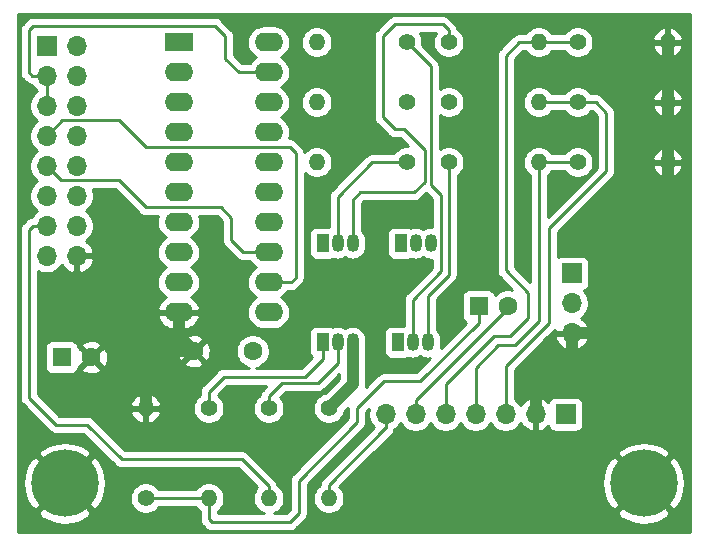
<source format=gbr>
%TF.GenerationSoftware,KiCad,Pcbnew,(5.1.9)-1*%
%TF.CreationDate,2021-05-20T14:34:39+02:00*%
%TF.ProjectId,ColorAce,436f6c6f-7241-4636-952e-6b696361645f,rev?*%
%TF.SameCoordinates,Original*%
%TF.FileFunction,Copper,L2,Bot*%
%TF.FilePolarity,Positive*%
%FSLAX46Y46*%
G04 Gerber Fmt 4.6, Leading zero omitted, Abs format (unit mm)*
G04 Created by KiCad (PCBNEW (5.1.9)-1) date 2021-05-20 14:34:39*
%MOMM*%
%LPD*%
G01*
G04 APERTURE LIST*
%TA.AperFunction,ComponentPad*%
%ADD10O,1.400000X1.400000*%
%TD*%
%TA.AperFunction,ComponentPad*%
%ADD11C,1.400000*%
%TD*%
%TA.AperFunction,ComponentPad*%
%ADD12C,5.700000*%
%TD*%
%TA.AperFunction,ComponentPad*%
%ADD13C,1.600000*%
%TD*%
%TA.AperFunction,ComponentPad*%
%ADD14R,1.600000X1.600000*%
%TD*%
%TA.AperFunction,ComponentPad*%
%ADD15R,1.700000X1.700000*%
%TD*%
%TA.AperFunction,ComponentPad*%
%ADD16O,1.700000X1.700000*%
%TD*%
%TA.AperFunction,ComponentPad*%
%ADD17R,1.050000X1.500000*%
%TD*%
%TA.AperFunction,ComponentPad*%
%ADD18O,1.050000X1.500000*%
%TD*%
%TA.AperFunction,ComponentPad*%
%ADD19R,2.400000X1.600000*%
%TD*%
%TA.AperFunction,ComponentPad*%
%ADD20O,2.400000X1.600000*%
%TD*%
%TA.AperFunction,Conductor*%
%ADD21C,1.000000*%
%TD*%
%TA.AperFunction,Conductor*%
%ADD22C,0.250000*%
%TD*%
%TA.AperFunction,Conductor*%
%ADD23C,0.254000*%
%TD*%
%TA.AperFunction,Conductor*%
%ADD24C,0.100000*%
%TD*%
G04 APERTURE END LIST*
D10*
%TO.P,R11,2*%
%TO.N,/SND*%
X111506000Y-134112000D03*
D11*
%TO.P,R11,1*%
%TO.N,Net-(Q4-Pad2)*%
X111506000Y-126492000D03*
%TD*%
D10*
%TO.P,R1,2*%
%TO.N,/B*%
X115570000Y-105664000D03*
D11*
%TO.P,R1,1*%
%TO.N,Net-(Q1-Pad2)*%
X123190000Y-105664000D03*
%TD*%
D10*
%TO.P,R2,2*%
%TO.N,/BLUE*%
X134366000Y-95504000D03*
D11*
%TO.P,R2,1*%
%TO.N,Net-(Q1-Pad3)*%
X126746000Y-95504000D03*
%TD*%
D10*
%TO.P,R3,2*%
%TO.N,GND*%
X145288000Y-95504000D03*
D11*
%TO.P,R3,1*%
%TO.N,/BLUE*%
X137668000Y-95504000D03*
%TD*%
D10*
%TO.P,R4,2*%
%TO.N,/G*%
X115570000Y-100584000D03*
D11*
%TO.P,R4,1*%
%TO.N,Net-(Q2-Pad2)*%
X123190000Y-100584000D03*
%TD*%
D10*
%TO.P,R5,2*%
%TO.N,/GREEN*%
X134366000Y-100584000D03*
D11*
%TO.P,R5,1*%
%TO.N,Net-(Q2-Pad3)*%
X126746000Y-100584000D03*
%TD*%
D10*
%TO.P,R6,2*%
%TO.N,GND*%
X145288000Y-100584000D03*
D11*
%TO.P,R6,1*%
%TO.N,/GREEN*%
X137668000Y-100584000D03*
%TD*%
D10*
%TO.P,R7,2*%
%TO.N,/R*%
X115570000Y-95504000D03*
D11*
%TO.P,R7,1*%
%TO.N,Net-(Q3-Pad2)*%
X123190000Y-95504000D03*
%TD*%
D10*
%TO.P,R8,2*%
%TO.N,/RED*%
X134366000Y-105664000D03*
D11*
%TO.P,R8,1*%
%TO.N,Net-(Q3-Pad3)*%
X126746000Y-105664000D03*
%TD*%
D10*
%TO.P,R9,2*%
%TO.N,GND*%
X145288000Y-105664000D03*
D11*
%TO.P,R9,1*%
%TO.N,/RED*%
X137668000Y-105664000D03*
%TD*%
D10*
%TO.P,R10,2*%
%TO.N,Net-(J1-Pad7)*%
X116586000Y-134112000D03*
D11*
%TO.P,R10,1*%
%TO.N,VCC*%
X116586000Y-126492000D03*
%TD*%
D10*
%TO.P,R12,2*%
%TO.N,Net-(C2-Pad1)*%
X106426000Y-134112000D03*
D11*
%TO.P,R12,1*%
%TO.N,Net-(Q4-Pad1)*%
X106426000Y-126492000D03*
%TD*%
D10*
%TO.P,R13,2*%
%TO.N,GND*%
X101092000Y-126492000D03*
D11*
%TO.P,R13,1*%
%TO.N,Net-(C2-Pad1)*%
X101092000Y-134112000D03*
%TD*%
D12*
%TO.P,MH2,1*%
%TO.N,GND*%
X143256000Y-132842000D03*
%TD*%
%TO.P,MH1,1*%
%TO.N,GND*%
X94234000Y-132842000D03*
%TD*%
D13*
%TO.P,C1,1*%
%TO.N,GND*%
X105156000Y-121666000D03*
%TO.P,C1,2*%
%TO.N,VCC*%
X110156000Y-121666000D03*
%TD*%
D14*
%TO.P,C2,1*%
%TO.N,Net-(C2-Pad1)*%
X129286000Y-117856000D03*
D13*
%TO.P,C2,2*%
%TO.N,/SOUND*%
X131786000Y-117856000D03*
%TD*%
%TO.P,C3,2*%
%TO.N,GND*%
X96480000Y-122174000D03*
D14*
%TO.P,C3,1*%
%TO.N,VCC*%
X93980000Y-122174000D03*
%TD*%
D15*
%TO.P,J1,1*%
%TO.N,/SYNC*%
X136652000Y-127000000D03*
D16*
%TO.P,J1,2*%
%TO.N,GND*%
X134112000Y-127000000D03*
%TO.P,J1,3*%
%TO.N,/GREEN*%
X131572000Y-127000000D03*
%TO.P,J1,4*%
%TO.N,/RED*%
X129032000Y-127000000D03*
%TO.P,J1,5*%
%TO.N,/BLUE*%
X126492000Y-127000000D03*
%TO.P,J1,6*%
%TO.N,/SOUND*%
X123952000Y-127000000D03*
%TO.P,J1,7*%
%TO.N,Net-(J1-Pad7)*%
X121412000Y-127000000D03*
%TD*%
D15*
%TO.P,J2,1*%
%TO.N,/STB*%
X92710000Y-95805000D03*
D16*
%TO.P,J2,2*%
%TO.N,/MA6*%
X95250000Y-95805000D03*
%TO.P,J2,3*%
%TO.N,/A6O*%
X92710000Y-98345000D03*
%TO.P,J2,4*%
%TO.N,/~F1*%
X95250000Y-98345000D03*
%TO.P,J2,5*%
%TO.N,/A6O*%
X92710000Y-100885000D03*
%TO.P,J2,6*%
%TO.N,/~F2*%
X95250000Y-100885000D03*
%TO.P,J2,7*%
%TO.N,/DI6*%
X92710000Y-103425000D03*
%TO.P,J2,8*%
%TO.N,/MOD*%
X95250000Y-103425000D03*
%TO.P,J2,9*%
%TO.N,/DI7*%
X92710000Y-105965000D03*
%TO.P,J2,10*%
%TO.N,/~ZAT*%
X95250000Y-105965000D03*
%TO.P,J2,11*%
%TO.N,/SYNC*%
X92710000Y-108505000D03*
%TO.P,J2,12*%
%TO.N,/VID*%
X95250000Y-108505000D03*
%TO.P,J2,13*%
%TO.N,/SND*%
X92710000Y-111045000D03*
%TO.P,J2,14*%
%TO.N,/AMUX*%
X95250000Y-111045000D03*
%TO.P,J2,15*%
%TO.N,VCC*%
X92710000Y-113585000D03*
%TO.P,J2,16*%
%TO.N,GND*%
X95250000Y-113585000D03*
%TD*%
D17*
%TO.P,Q1,1*%
%TO.N,VCC*%
X116078000Y-112522000D03*
D18*
%TO.P,Q1,3*%
%TO.N,Net-(Q1-Pad3)*%
X118618000Y-112522000D03*
%TO.P,Q1,2*%
%TO.N,Net-(Q1-Pad2)*%
X117348000Y-112522000D03*
%TD*%
%TO.P,Q2,2*%
%TO.N,Net-(Q2-Pad2)*%
X123952000Y-112522000D03*
%TO.P,Q2,3*%
%TO.N,Net-(Q2-Pad3)*%
X125222000Y-112522000D03*
D17*
%TO.P,Q2,1*%
%TO.N,VCC*%
X122682000Y-112522000D03*
%TD*%
%TO.P,Q3,1*%
%TO.N,VCC*%
X122428000Y-120904000D03*
D18*
%TO.P,Q3,3*%
%TO.N,Net-(Q3-Pad3)*%
X124968000Y-120904000D03*
%TO.P,Q3,2*%
%TO.N,Net-(Q3-Pad2)*%
X123698000Y-120904000D03*
%TD*%
%TO.P,Q4,2*%
%TO.N,Net-(Q4-Pad2)*%
X117348000Y-120904000D03*
%TO.P,Q4,3*%
%TO.N,VCC*%
X118618000Y-120904000D03*
D17*
%TO.P,Q4,1*%
%TO.N,Net-(Q4-Pad1)*%
X116078000Y-120904000D03*
%TD*%
D15*
%TO.P,SW1,1*%
%TO.N,VCC*%
X137160000Y-115062000D03*
D16*
%TO.P,SW1,2*%
%TO.N,/SWITCH*%
X137160000Y-117602000D03*
%TO.P,SW1,3*%
%TO.N,GND*%
X137160000Y-120142000D03*
%TD*%
D19*
%TO.P,U1,1*%
%TO.N,/STB*%
X103886000Y-95504000D03*
D20*
%TO.P,U1,11*%
%TO.N,Net-(U1-Pad11)*%
X111506000Y-118364000D03*
%TO.P,U1,2*%
%TO.N,/MA6*%
X103886000Y-98044000D03*
%TO.P,U1,12*%
%TO.N,/DI6*%
X111506000Y-115824000D03*
%TO.P,U1,3*%
%TO.N,/SWITCH*%
X103886000Y-100584000D03*
%TO.P,U1,13*%
%TO.N,/DI7*%
X111506000Y-113284000D03*
%TO.P,U1,4*%
%TO.N,/~F1*%
X103886000Y-103124000D03*
%TO.P,U1,14*%
%TO.N,Net-(U1-Pad14)*%
X111506000Y-110744000D03*
%TO.P,U1,5*%
%TO.N,/~F2*%
X103886000Y-105664000D03*
%TO.P,U1,15*%
%TO.N,Net-(U1-Pad15)*%
X111506000Y-108204000D03*
%TO.P,U1,6*%
%TO.N,/MOD*%
X103886000Y-108204000D03*
%TO.P,U1,16*%
%TO.N,/B*%
X111506000Y-105664000D03*
%TO.P,U1,7*%
%TO.N,/~ZAT*%
X103886000Y-110744000D03*
%TO.P,U1,17*%
%TO.N,/G*%
X111506000Y-103124000D03*
%TO.P,U1,8*%
%TO.N,/VID*%
X103886000Y-113284000D03*
%TO.P,U1,18*%
%TO.N,/R*%
X111506000Y-100584000D03*
%TO.P,U1,9*%
%TO.N,/AMUX*%
X103886000Y-115824000D03*
%TO.P,U1,19*%
%TO.N,/A6O*%
X111506000Y-98044000D03*
%TO.P,U1,10*%
%TO.N,GND*%
X103886000Y-118364000D03*
%TO.P,U1,20*%
%TO.N,VCC*%
X111506000Y-95504000D03*
%TD*%
D21*
%TO.N,GND*%
X137160000Y-120142000D02*
X137160000Y-121692300D01*
X134112000Y-127000000D02*
X134112000Y-124740300D01*
X134112000Y-124740300D02*
X137160000Y-121692300D01*
X145288000Y-105664000D02*
X145288000Y-100584000D01*
X145288000Y-100584000D02*
X145288000Y-95504000D01*
X141732000Y-120142000D02*
X137160000Y-120142000D01*
X145288000Y-116586000D02*
X141732000Y-120142000D01*
X145288000Y-105664000D02*
X145288000Y-116586000D01*
X101092000Y-126492000D02*
X101092000Y-123063000D01*
X102489000Y-121666000D02*
X105156000Y-121666000D01*
X101092000Y-123063000D02*
X102489000Y-121666000D01*
X103886000Y-120396000D02*
X105156000Y-121666000D01*
X103886000Y-118364000D02*
X103886000Y-120396000D01*
%TO.N,VCC*%
X116586000Y-126492000D02*
X118618000Y-124460000D01*
X118618000Y-124460000D02*
X118618000Y-120904000D01*
D22*
%TO.N,Net-(C2-Pad1)*%
X106426000Y-134112000D02*
X106426000Y-135890000D01*
X106426000Y-135890000D02*
X106680000Y-136144000D01*
X106680000Y-136144000D02*
X113284000Y-136144000D01*
X113284000Y-136144000D02*
X114046000Y-135382000D01*
X114046000Y-132626998D02*
X118999000Y-127673998D01*
X114046000Y-135382000D02*
X114046000Y-132626998D01*
X118999000Y-127673998D02*
X118999000Y-126492000D01*
X118999000Y-126492000D02*
X121285000Y-124206000D01*
X121285000Y-124206000D02*
X124333000Y-124206000D01*
X129286000Y-119253000D02*
X129286000Y-117856000D01*
X124333000Y-124206000D02*
X129286000Y-119253000D01*
X101092000Y-134112000D02*
X106426000Y-134112000D01*
%TO.N,/SOUND*%
X123952000Y-127000000D02*
X123952000Y-125824700D01*
X123952000Y-125824700D02*
X131786000Y-117990700D01*
X131786000Y-117990700D02*
X131786000Y-117856000D01*
%TO.N,/GREEN*%
X137668000Y-100584000D02*
X134366000Y-100584000D01*
X139192000Y-100584000D02*
X137668000Y-100584000D01*
X140081000Y-101473000D02*
X139192000Y-100584000D01*
X140081000Y-106426000D02*
X140081000Y-101473000D01*
X135255000Y-111252000D02*
X140081000Y-106426000D01*
X135255000Y-119253000D02*
X135255000Y-111252000D01*
X131572000Y-122936000D02*
X135255000Y-119253000D01*
X131572000Y-127000000D02*
X131572000Y-122936000D01*
%TO.N,/RED*%
X137668000Y-105664000D02*
X134366000Y-105664000D01*
X134366000Y-114808000D02*
X134366000Y-105664000D01*
X134366000Y-119126000D02*
X134366000Y-114808000D01*
X132334000Y-121158000D02*
X134366000Y-119126000D01*
X130937000Y-121158000D02*
X132334000Y-121158000D01*
X129032000Y-123063000D02*
X130937000Y-121158000D01*
X129032000Y-127000000D02*
X129032000Y-123063000D01*
%TO.N,/BLUE*%
X137668000Y-95504000D02*
X134366000Y-95504000D01*
X132715000Y-95504000D02*
X134366000Y-95504000D01*
X131572000Y-114808000D02*
X131572000Y-96647000D01*
X133477000Y-116713000D02*
X131572000Y-114808000D01*
X133477000Y-118872000D02*
X133477000Y-116713000D01*
X131953000Y-120396000D02*
X133477000Y-118872000D01*
X130556000Y-120396000D02*
X131953000Y-120396000D01*
X126492000Y-124460000D02*
X130556000Y-120396000D01*
X131572000Y-96647000D02*
X132715000Y-95504000D01*
X126492000Y-127000000D02*
X126492000Y-124460000D01*
%TO.N,Net-(J1-Pad7)*%
X121412000Y-127000000D02*
X121412000Y-128175300D01*
X116586000Y-134112000D02*
X116586000Y-132986700D01*
X116586000Y-132986700D02*
X121397400Y-128175300D01*
X121397400Y-128175300D02*
X121412000Y-128175300D01*
%TO.N,/DI6*%
X113411000Y-115824000D02*
X111506000Y-115824000D01*
X113792000Y-104902000D02*
X113792000Y-115443000D01*
X113284000Y-104394000D02*
X113792000Y-104902000D01*
X101092000Y-104394000D02*
X113284000Y-104394000D01*
X113792000Y-115443000D02*
X113411000Y-115824000D01*
X94027000Y-102108000D02*
X98806000Y-102108000D01*
X98806000Y-102108000D02*
X101092000Y-104394000D01*
X92710000Y-103425000D02*
X94027000Y-102108000D01*
%TO.N,/DI7*%
X109347000Y-113284000D02*
X111506000Y-113284000D01*
X108331000Y-112268000D02*
X109347000Y-113284000D01*
X108331000Y-110363000D02*
X108331000Y-112268000D01*
X107442000Y-109474000D02*
X108331000Y-110363000D01*
X101092000Y-109474000D02*
X107442000Y-109474000D01*
X98806000Y-107188000D02*
X101092000Y-109474000D01*
X93933000Y-107188000D02*
X98806000Y-107188000D01*
X92710000Y-105965000D02*
X93933000Y-107188000D01*
%TO.N,/A6O*%
X92710000Y-100885000D02*
X92710000Y-98345000D01*
X108966000Y-98044000D02*
X111506000Y-98044000D01*
X107823000Y-96901000D02*
X108966000Y-98044000D01*
X107823000Y-94996000D02*
X107823000Y-96901000D01*
X106934000Y-94107000D02*
X107823000Y-94996000D01*
X91567000Y-94107000D02*
X106934000Y-94107000D01*
X91186000Y-94488000D02*
X91567000Y-94107000D01*
X91186000Y-98044000D02*
X91186000Y-94488000D01*
X91487000Y-98345000D02*
X91186000Y-98044000D01*
X92710000Y-98345000D02*
X91487000Y-98345000D01*
%TO.N,/SND*%
X111506000Y-133096000D02*
X111506000Y-134112000D01*
X109220000Y-130810000D02*
X111506000Y-133096000D01*
X99060000Y-130810000D02*
X109220000Y-130810000D01*
X96139000Y-127889000D02*
X99060000Y-130810000D01*
X93472000Y-127889000D02*
X96139000Y-127889000D01*
X91186000Y-125603000D02*
X93472000Y-127889000D01*
X91186000Y-111379000D02*
X91186000Y-125603000D01*
X91520000Y-111045000D02*
X91186000Y-111379000D01*
X92710000Y-111045000D02*
X91520000Y-111045000D01*
%TO.N,Net-(Q1-Pad3)*%
X124714000Y-104648000D02*
X124714000Y-107315000D01*
X122936000Y-102870000D02*
X124714000Y-104648000D01*
X122174000Y-102870000D02*
X122936000Y-102870000D01*
X121158000Y-101854000D02*
X122174000Y-102870000D01*
X121158000Y-94996000D02*
X121158000Y-101854000D01*
X118618000Y-108839000D02*
X118618000Y-112522000D01*
X122174000Y-93980000D02*
X121158000Y-94996000D01*
X119253000Y-108204000D02*
X118618000Y-108839000D01*
X126238000Y-93980000D02*
X122174000Y-93980000D01*
X123825000Y-108204000D02*
X119253000Y-108204000D01*
X126746000Y-94488000D02*
X126238000Y-93980000D01*
X124714000Y-107315000D02*
X123825000Y-108204000D01*
X126746000Y-95504000D02*
X126746000Y-94488000D01*
%TO.N,Net-(Q1-Pad2)*%
X117348000Y-111446700D02*
X117348000Y-112522000D01*
X120269000Y-105664000D02*
X117348000Y-108585000D01*
X117348000Y-108585000D02*
X117348000Y-111446700D01*
X123190000Y-105664000D02*
X120269000Y-105664000D01*
%TO.N,Net-(Q3-Pad3)*%
X124968000Y-116967000D02*
X124968000Y-120904000D01*
X126746000Y-115189000D02*
X124968000Y-116967000D01*
X126746000Y-105664000D02*
X126746000Y-115189000D01*
%TO.N,Net-(Q3-Pad2)*%
X123698000Y-117299100D02*
X123698000Y-120904000D01*
X126088000Y-114909100D02*
X123698000Y-117299100D01*
X126088000Y-108435000D02*
X126088000Y-114909100D01*
X125222000Y-107569000D02*
X126088000Y-108435000D01*
X125222000Y-97536000D02*
X125222000Y-107569000D01*
X123190000Y-95504000D02*
X125222000Y-97536000D01*
%TO.N,Net-(Q4-Pad2)*%
X111506000Y-126492000D02*
X111506000Y-125476000D01*
X111506000Y-125476000D02*
X112649000Y-124333000D01*
X112649000Y-124333000D02*
X115697000Y-124333000D01*
X115697000Y-124333000D02*
X117348000Y-122682000D01*
X117348000Y-122682000D02*
X117348000Y-120904000D01*
%TO.N,Net-(Q4-Pad1)*%
X106426000Y-126492000D02*
X106426000Y-125095000D01*
X106426000Y-125095000D02*
X107696000Y-123825000D01*
X107696000Y-123825000D02*
X114554000Y-123825000D01*
X116078000Y-122301000D02*
X116078000Y-120904000D01*
X114554000Y-123825000D02*
X116078000Y-122301000D01*
%TD*%
D23*
%TO.N,GND*%
X147168001Y-137008000D02*
X90322000Y-137008000D01*
X90322000Y-135294033D01*
X91961572Y-135294033D01*
X92279757Y-135747850D01*
X92884210Y-136073269D01*
X93540535Y-136274512D01*
X94223510Y-136343845D01*
X94906888Y-136278605D01*
X95564407Y-136081298D01*
X96170799Y-135759506D01*
X96188243Y-135747850D01*
X96506428Y-135294033D01*
X94234000Y-133021605D01*
X91961572Y-135294033D01*
X90322000Y-135294033D01*
X90322000Y-132831510D01*
X90732155Y-132831510D01*
X90797395Y-133514888D01*
X90994702Y-134172407D01*
X91316494Y-134778799D01*
X91328150Y-134796243D01*
X91781967Y-135114428D01*
X94054395Y-132842000D01*
X94413605Y-132842000D01*
X96686033Y-135114428D01*
X97139850Y-134796243D01*
X97465269Y-134191790D01*
X97666512Y-133535465D01*
X97735845Y-132852490D01*
X97670605Y-132169112D01*
X97473298Y-131511593D01*
X97151506Y-130905201D01*
X97139850Y-130887757D01*
X96686033Y-130569572D01*
X94413605Y-132842000D01*
X94054395Y-132842000D01*
X91781967Y-130569572D01*
X91328150Y-130887757D01*
X91002731Y-131492210D01*
X90801488Y-132148535D01*
X90732155Y-132831510D01*
X90322000Y-132831510D01*
X90322000Y-130389967D01*
X91961572Y-130389967D01*
X94234000Y-132662395D01*
X96506428Y-130389967D01*
X96188243Y-129936150D01*
X95583790Y-129610731D01*
X94927465Y-129409488D01*
X94244490Y-129340155D01*
X93561112Y-129405395D01*
X92903593Y-129602702D01*
X92297201Y-129924494D01*
X92279757Y-129936150D01*
X91961572Y-130389967D01*
X90322000Y-130389967D01*
X90322000Y-94488000D01*
X90422324Y-94488000D01*
X90426001Y-94525332D01*
X90426000Y-98006677D01*
X90422324Y-98044000D01*
X90426000Y-98081322D01*
X90426000Y-98081332D01*
X90436997Y-98192985D01*
X90451728Y-98241546D01*
X90480454Y-98336246D01*
X90551026Y-98468276D01*
X90569889Y-98491260D01*
X90645999Y-98584001D01*
X90675003Y-98607804D01*
X90923196Y-98855997D01*
X90946999Y-98885001D01*
X91062724Y-98979974D01*
X91194753Y-99050546D01*
X91338014Y-99094003D01*
X91430564Y-99103119D01*
X91556525Y-99291632D01*
X91763368Y-99498475D01*
X91937760Y-99615000D01*
X91763368Y-99731525D01*
X91556525Y-99938368D01*
X91394010Y-100181589D01*
X91282068Y-100451842D01*
X91225000Y-100738740D01*
X91225000Y-101031260D01*
X91282068Y-101318158D01*
X91394010Y-101588411D01*
X91556525Y-101831632D01*
X91763368Y-102038475D01*
X91937760Y-102155000D01*
X91763368Y-102271525D01*
X91556525Y-102478368D01*
X91394010Y-102721589D01*
X91282068Y-102991842D01*
X91225000Y-103278740D01*
X91225000Y-103571260D01*
X91282068Y-103858158D01*
X91394010Y-104128411D01*
X91556525Y-104371632D01*
X91763368Y-104578475D01*
X91937760Y-104695000D01*
X91763368Y-104811525D01*
X91556525Y-105018368D01*
X91394010Y-105261589D01*
X91282068Y-105531842D01*
X91225000Y-105818740D01*
X91225000Y-106111260D01*
X91282068Y-106398158D01*
X91394010Y-106668411D01*
X91556525Y-106911632D01*
X91763368Y-107118475D01*
X91937760Y-107235000D01*
X91763368Y-107351525D01*
X91556525Y-107558368D01*
X91394010Y-107801589D01*
X91282068Y-108071842D01*
X91225000Y-108358740D01*
X91225000Y-108651260D01*
X91282068Y-108938158D01*
X91394010Y-109208411D01*
X91556525Y-109451632D01*
X91763368Y-109658475D01*
X91937760Y-109775000D01*
X91763368Y-109891525D01*
X91556525Y-110098368D01*
X91428240Y-110290361D01*
X91371014Y-110295997D01*
X91227753Y-110339454D01*
X91095724Y-110410026D01*
X90979999Y-110504999D01*
X90956196Y-110534003D01*
X90675003Y-110815196D01*
X90645999Y-110838999D01*
X90599208Y-110896015D01*
X90551026Y-110954724D01*
X90480455Y-111086753D01*
X90480454Y-111086754D01*
X90436997Y-111230015D01*
X90426000Y-111341668D01*
X90426000Y-111341678D01*
X90422324Y-111379000D01*
X90426000Y-111416322D01*
X90426001Y-125565668D01*
X90422324Y-125603000D01*
X90426001Y-125640333D01*
X90436998Y-125751986D01*
X90447454Y-125786454D01*
X90480454Y-125895246D01*
X90551026Y-126027276D01*
X90619716Y-126110974D01*
X90646000Y-126143001D01*
X90674998Y-126166799D01*
X92908200Y-128400002D01*
X92931999Y-128429001D01*
X93047724Y-128523974D01*
X93179753Y-128594546D01*
X93323014Y-128638003D01*
X93434667Y-128649000D01*
X93434676Y-128649000D01*
X93471999Y-128652676D01*
X93509322Y-128649000D01*
X95824199Y-128649000D01*
X98496200Y-131321002D01*
X98519999Y-131350001D01*
X98635724Y-131444974D01*
X98767753Y-131515546D01*
X98911014Y-131559003D01*
X99022667Y-131570000D01*
X99022677Y-131570000D01*
X99060000Y-131573676D01*
X99097323Y-131570000D01*
X108905199Y-131570000D01*
X110532612Y-133197413D01*
X110469038Y-133260987D01*
X110322939Y-133479641D01*
X110222304Y-133722595D01*
X110171000Y-133980514D01*
X110171000Y-134243486D01*
X110222304Y-134501405D01*
X110322939Y-134744359D01*
X110469038Y-134963013D01*
X110654987Y-135148962D01*
X110873641Y-135295061D01*
X111088358Y-135384000D01*
X107186000Y-135384000D01*
X107186000Y-135209775D01*
X107277013Y-135148962D01*
X107462962Y-134963013D01*
X107609061Y-134744359D01*
X107709696Y-134501405D01*
X107761000Y-134243486D01*
X107761000Y-133980514D01*
X107709696Y-133722595D01*
X107609061Y-133479641D01*
X107462962Y-133260987D01*
X107277013Y-133075038D01*
X107058359Y-132928939D01*
X106815405Y-132828304D01*
X106557486Y-132777000D01*
X106294514Y-132777000D01*
X106036595Y-132828304D01*
X105793641Y-132928939D01*
X105574987Y-133075038D01*
X105389038Y-133260987D01*
X105328225Y-133352000D01*
X102189775Y-133352000D01*
X102128962Y-133260987D01*
X101943013Y-133075038D01*
X101724359Y-132928939D01*
X101481405Y-132828304D01*
X101223486Y-132777000D01*
X100960514Y-132777000D01*
X100702595Y-132828304D01*
X100459641Y-132928939D01*
X100240987Y-133075038D01*
X100055038Y-133260987D01*
X99908939Y-133479641D01*
X99808304Y-133722595D01*
X99757000Y-133980514D01*
X99757000Y-134243486D01*
X99808304Y-134501405D01*
X99908939Y-134744359D01*
X100055038Y-134963013D01*
X100240987Y-135148962D01*
X100459641Y-135295061D01*
X100702595Y-135395696D01*
X100960514Y-135447000D01*
X101223486Y-135447000D01*
X101481405Y-135395696D01*
X101724359Y-135295061D01*
X101943013Y-135148962D01*
X102128962Y-134963013D01*
X102189775Y-134872000D01*
X105328225Y-134872000D01*
X105389038Y-134963013D01*
X105574987Y-135148962D01*
X105666001Y-135209775D01*
X105666001Y-135852668D01*
X105662324Y-135890000D01*
X105666001Y-135927333D01*
X105676998Y-136038986D01*
X105689833Y-136081298D01*
X105720454Y-136182246D01*
X105791026Y-136314276D01*
X105862201Y-136401002D01*
X105886000Y-136430001D01*
X105914998Y-136453799D01*
X106116196Y-136654997D01*
X106139999Y-136684001D01*
X106255724Y-136778974D01*
X106387753Y-136849546D01*
X106531014Y-136893003D01*
X106642667Y-136904000D01*
X106642676Y-136904000D01*
X106679999Y-136907676D01*
X106717322Y-136904000D01*
X113246678Y-136904000D01*
X113284000Y-136907676D01*
X113321322Y-136904000D01*
X113321333Y-136904000D01*
X113432986Y-136893003D01*
X113576247Y-136849546D01*
X113708276Y-136778974D01*
X113824001Y-136684001D01*
X113847803Y-136654998D01*
X114557004Y-135945798D01*
X114586001Y-135922001D01*
X114680974Y-135806276D01*
X114751546Y-135674247D01*
X114795003Y-135530986D01*
X114806000Y-135419333D01*
X114806000Y-135419325D01*
X114809676Y-135382000D01*
X114806000Y-135344675D01*
X114806000Y-132941799D01*
X119510004Y-128237796D01*
X119539001Y-128213999D01*
X119633974Y-128098274D01*
X119704546Y-127966245D01*
X119748003Y-127822984D01*
X119759000Y-127711331D01*
X119759000Y-127711323D01*
X119762676Y-127673998D01*
X119759000Y-127636673D01*
X119759000Y-126806801D01*
X119980370Y-126585431D01*
X119927000Y-126853740D01*
X119927000Y-127146260D01*
X119984068Y-127433158D01*
X120096010Y-127703411D01*
X120258525Y-127946632D01*
X120404896Y-128093003D01*
X116074998Y-132422901D01*
X116046000Y-132446699D01*
X116022202Y-132475697D01*
X116022201Y-132475698D01*
X115951026Y-132562424D01*
X115880454Y-132694454D01*
X115855415Y-132777000D01*
X115839853Y-132828304D01*
X115836998Y-132837715D01*
X115822324Y-132986700D01*
X115825095Y-133014830D01*
X115734987Y-133075038D01*
X115549038Y-133260987D01*
X115402939Y-133479641D01*
X115302304Y-133722595D01*
X115251000Y-133980514D01*
X115251000Y-134243486D01*
X115302304Y-134501405D01*
X115402939Y-134744359D01*
X115549038Y-134963013D01*
X115734987Y-135148962D01*
X115953641Y-135295061D01*
X116196595Y-135395696D01*
X116454514Y-135447000D01*
X116717486Y-135447000D01*
X116975405Y-135395696D01*
X117218359Y-135295061D01*
X117219897Y-135294033D01*
X140983572Y-135294033D01*
X141301757Y-135747850D01*
X141906210Y-136073269D01*
X142562535Y-136274512D01*
X143245510Y-136343845D01*
X143928888Y-136278605D01*
X144586407Y-136081298D01*
X145192799Y-135759506D01*
X145210243Y-135747850D01*
X145528428Y-135294033D01*
X143256000Y-133021605D01*
X140983572Y-135294033D01*
X117219897Y-135294033D01*
X117437013Y-135148962D01*
X117622962Y-134963013D01*
X117769061Y-134744359D01*
X117869696Y-134501405D01*
X117921000Y-134243486D01*
X117921000Y-133980514D01*
X117869696Y-133722595D01*
X117769061Y-133479641D01*
X117622962Y-133260987D01*
X117504738Y-133142763D01*
X117815991Y-132831510D01*
X139754155Y-132831510D01*
X139819395Y-133514888D01*
X140016702Y-134172407D01*
X140338494Y-134778799D01*
X140350150Y-134796243D01*
X140803967Y-135114428D01*
X143076395Y-132842000D01*
X143435605Y-132842000D01*
X145708033Y-135114428D01*
X146161850Y-134796243D01*
X146487269Y-134191790D01*
X146688512Y-133535465D01*
X146757845Y-132852490D01*
X146692605Y-132169112D01*
X146495298Y-131511593D01*
X146173506Y-130905201D01*
X146161850Y-130887757D01*
X145708033Y-130569572D01*
X143435605Y-132842000D01*
X143076395Y-132842000D01*
X140803967Y-130569572D01*
X140350150Y-130887757D01*
X140024731Y-131492210D01*
X139823488Y-132148535D01*
X139754155Y-132831510D01*
X117815991Y-132831510D01*
X120257534Y-130389967D01*
X140983572Y-130389967D01*
X143256000Y-132662395D01*
X145528428Y-130389967D01*
X145210243Y-129936150D01*
X144605790Y-129610731D01*
X143949465Y-129409488D01*
X143266490Y-129340155D01*
X142583112Y-129405395D01*
X141925593Y-129602702D01*
X141319201Y-129924494D01*
X141301757Y-129936150D01*
X140983572Y-130389967D01*
X120257534Y-130389967D01*
X121841585Y-128805917D01*
X121952001Y-128715301D01*
X122046974Y-128599576D01*
X122117546Y-128467547D01*
X122161003Y-128324286D01*
X122165089Y-128282796D01*
X122358632Y-128153475D01*
X122565475Y-127946632D01*
X122682000Y-127772240D01*
X122798525Y-127946632D01*
X123005368Y-128153475D01*
X123248589Y-128315990D01*
X123518842Y-128427932D01*
X123805740Y-128485000D01*
X124098260Y-128485000D01*
X124385158Y-128427932D01*
X124655411Y-128315990D01*
X124898632Y-128153475D01*
X125105475Y-127946632D01*
X125222000Y-127772240D01*
X125338525Y-127946632D01*
X125545368Y-128153475D01*
X125788589Y-128315990D01*
X126058842Y-128427932D01*
X126345740Y-128485000D01*
X126638260Y-128485000D01*
X126925158Y-128427932D01*
X127195411Y-128315990D01*
X127438632Y-128153475D01*
X127645475Y-127946632D01*
X127762000Y-127772240D01*
X127878525Y-127946632D01*
X128085368Y-128153475D01*
X128328589Y-128315990D01*
X128598842Y-128427932D01*
X128885740Y-128485000D01*
X129178260Y-128485000D01*
X129465158Y-128427932D01*
X129735411Y-128315990D01*
X129978632Y-128153475D01*
X130185475Y-127946632D01*
X130302000Y-127772240D01*
X130418525Y-127946632D01*
X130625368Y-128153475D01*
X130868589Y-128315990D01*
X131138842Y-128427932D01*
X131425740Y-128485000D01*
X131718260Y-128485000D01*
X132005158Y-128427932D01*
X132275411Y-128315990D01*
X132518632Y-128153475D01*
X132725475Y-127946632D01*
X132847195Y-127764466D01*
X132916822Y-127881355D01*
X133111731Y-128097588D01*
X133345080Y-128271641D01*
X133607901Y-128396825D01*
X133755110Y-128441476D01*
X133985000Y-128320155D01*
X133985000Y-127127000D01*
X133965000Y-127127000D01*
X133965000Y-126873000D01*
X133985000Y-126873000D01*
X133985000Y-125679845D01*
X134239000Y-125679845D01*
X134239000Y-126873000D01*
X134259000Y-126873000D01*
X134259000Y-127127000D01*
X134239000Y-127127000D01*
X134239000Y-128320155D01*
X134468890Y-128441476D01*
X134616099Y-128396825D01*
X134878920Y-128271641D01*
X135112269Y-128097588D01*
X135188034Y-128013534D01*
X135212498Y-128094180D01*
X135271463Y-128204494D01*
X135350815Y-128301185D01*
X135447506Y-128380537D01*
X135557820Y-128439502D01*
X135677518Y-128475812D01*
X135802000Y-128488072D01*
X137502000Y-128488072D01*
X137626482Y-128475812D01*
X137746180Y-128439502D01*
X137856494Y-128380537D01*
X137953185Y-128301185D01*
X138032537Y-128204494D01*
X138091502Y-128094180D01*
X138127812Y-127974482D01*
X138140072Y-127850000D01*
X138140072Y-126150000D01*
X138127812Y-126025518D01*
X138091502Y-125905820D01*
X138032537Y-125795506D01*
X137953185Y-125698815D01*
X137856494Y-125619463D01*
X137746180Y-125560498D01*
X137626482Y-125524188D01*
X137502000Y-125511928D01*
X135802000Y-125511928D01*
X135677518Y-125524188D01*
X135557820Y-125560498D01*
X135447506Y-125619463D01*
X135350815Y-125698815D01*
X135271463Y-125795506D01*
X135212498Y-125905820D01*
X135188034Y-125986466D01*
X135112269Y-125902412D01*
X134878920Y-125728359D01*
X134616099Y-125603175D01*
X134468890Y-125558524D01*
X134239000Y-125679845D01*
X133985000Y-125679845D01*
X133755110Y-125558524D01*
X133607901Y-125603175D01*
X133345080Y-125728359D01*
X133111731Y-125902412D01*
X132916822Y-126118645D01*
X132847195Y-126235534D01*
X132725475Y-126053368D01*
X132518632Y-125846525D01*
X132332000Y-125721822D01*
X132332000Y-123250801D01*
X135083911Y-120498890D01*
X135718524Y-120498890D01*
X135763175Y-120646099D01*
X135888359Y-120908920D01*
X136062412Y-121142269D01*
X136278645Y-121337178D01*
X136528748Y-121486157D01*
X136803109Y-121583481D01*
X137033000Y-121462814D01*
X137033000Y-120269000D01*
X137287000Y-120269000D01*
X137287000Y-121462814D01*
X137516891Y-121583481D01*
X137791252Y-121486157D01*
X138041355Y-121337178D01*
X138257588Y-121142269D01*
X138431641Y-120908920D01*
X138556825Y-120646099D01*
X138601476Y-120498890D01*
X138480155Y-120269000D01*
X137287000Y-120269000D01*
X137033000Y-120269000D01*
X135839845Y-120269000D01*
X135718524Y-120498890D01*
X135083911Y-120498890D01*
X135745871Y-119836930D01*
X135839845Y-120015000D01*
X137033000Y-120015000D01*
X137033000Y-119995000D01*
X137287000Y-119995000D01*
X137287000Y-120015000D01*
X138480155Y-120015000D01*
X138601476Y-119785110D01*
X138556825Y-119637901D01*
X138431641Y-119375080D01*
X138257588Y-119141731D01*
X138041355Y-118946822D01*
X137924466Y-118877195D01*
X138106632Y-118755475D01*
X138313475Y-118548632D01*
X138475990Y-118305411D01*
X138587932Y-118035158D01*
X138645000Y-117748260D01*
X138645000Y-117455740D01*
X138587932Y-117168842D01*
X138475990Y-116898589D01*
X138313475Y-116655368D01*
X138181620Y-116523513D01*
X138254180Y-116501502D01*
X138364494Y-116442537D01*
X138461185Y-116363185D01*
X138540537Y-116266494D01*
X138599502Y-116156180D01*
X138635812Y-116036482D01*
X138648072Y-115912000D01*
X138648072Y-114212000D01*
X138635812Y-114087518D01*
X138599502Y-113967820D01*
X138540537Y-113857506D01*
X138461185Y-113760815D01*
X138364494Y-113681463D01*
X138254180Y-113622498D01*
X138134482Y-113586188D01*
X138010000Y-113573928D01*
X136310000Y-113573928D01*
X136185518Y-113586188D01*
X136065820Y-113622498D01*
X136015000Y-113649662D01*
X136015000Y-111566801D01*
X140592004Y-106989798D01*
X140621001Y-106966001D01*
X140715974Y-106850276D01*
X140786546Y-106718247D01*
X140830003Y-106574986D01*
X140841000Y-106463333D01*
X140841000Y-106463325D01*
X140844676Y-106426000D01*
X140841000Y-106388675D01*
X140841000Y-105997329D01*
X143995284Y-105997329D01*
X144027953Y-106105044D01*
X144138208Y-106342392D01*
X144292649Y-106553670D01*
X144485340Y-106730759D01*
X144708877Y-106866853D01*
X144954670Y-106956722D01*
X145161000Y-106834201D01*
X145161000Y-105791000D01*
X145415000Y-105791000D01*
X145415000Y-106834201D01*
X145621330Y-106956722D01*
X145867123Y-106866853D01*
X146090660Y-106730759D01*
X146283351Y-106553670D01*
X146437792Y-106342392D01*
X146548047Y-106105044D01*
X146580716Y-105997329D01*
X146457374Y-105791000D01*
X145415000Y-105791000D01*
X145161000Y-105791000D01*
X144118626Y-105791000D01*
X143995284Y-105997329D01*
X140841000Y-105997329D01*
X140841000Y-105330671D01*
X143995284Y-105330671D01*
X144118626Y-105537000D01*
X145161000Y-105537000D01*
X145161000Y-104493799D01*
X145415000Y-104493799D01*
X145415000Y-105537000D01*
X146457374Y-105537000D01*
X146580716Y-105330671D01*
X146548047Y-105222956D01*
X146437792Y-104985608D01*
X146283351Y-104774330D01*
X146090660Y-104597241D01*
X145867123Y-104461147D01*
X145621330Y-104371278D01*
X145415000Y-104493799D01*
X145161000Y-104493799D01*
X144954670Y-104371278D01*
X144708877Y-104461147D01*
X144485340Y-104597241D01*
X144292649Y-104774330D01*
X144138208Y-104985608D01*
X144027953Y-105222956D01*
X143995284Y-105330671D01*
X140841000Y-105330671D01*
X140841000Y-101510323D01*
X140844676Y-101473000D01*
X140841000Y-101435677D01*
X140841000Y-101435667D01*
X140830003Y-101324014D01*
X140786546Y-101180753D01*
X140715974Y-101048724D01*
X140621001Y-100932999D01*
X140601908Y-100917329D01*
X143995284Y-100917329D01*
X144027953Y-101025044D01*
X144138208Y-101262392D01*
X144292649Y-101473670D01*
X144485340Y-101650759D01*
X144708877Y-101786853D01*
X144954670Y-101876722D01*
X145161000Y-101754201D01*
X145161000Y-100711000D01*
X145415000Y-100711000D01*
X145415000Y-101754201D01*
X145621330Y-101876722D01*
X145867123Y-101786853D01*
X146090660Y-101650759D01*
X146283351Y-101473670D01*
X146437792Y-101262392D01*
X146548047Y-101025044D01*
X146580716Y-100917329D01*
X146457374Y-100711000D01*
X145415000Y-100711000D01*
X145161000Y-100711000D01*
X144118626Y-100711000D01*
X143995284Y-100917329D01*
X140601908Y-100917329D01*
X140592003Y-100909201D01*
X139933473Y-100250671D01*
X143995284Y-100250671D01*
X144118626Y-100457000D01*
X145161000Y-100457000D01*
X145161000Y-99413799D01*
X145415000Y-99413799D01*
X145415000Y-100457000D01*
X146457374Y-100457000D01*
X146580716Y-100250671D01*
X146548047Y-100142956D01*
X146437792Y-99905608D01*
X146283351Y-99694330D01*
X146090660Y-99517241D01*
X145867123Y-99381147D01*
X145621330Y-99291278D01*
X145415000Y-99413799D01*
X145161000Y-99413799D01*
X144954670Y-99291278D01*
X144708877Y-99381147D01*
X144485340Y-99517241D01*
X144292649Y-99694330D01*
X144138208Y-99905608D01*
X144027953Y-100142956D01*
X143995284Y-100250671D01*
X139933473Y-100250671D01*
X139755803Y-100073002D01*
X139732001Y-100043999D01*
X139616276Y-99949026D01*
X139484247Y-99878454D01*
X139340986Y-99834997D01*
X139229333Y-99824000D01*
X139229322Y-99824000D01*
X139192000Y-99820324D01*
X139154678Y-99824000D01*
X138765775Y-99824000D01*
X138704962Y-99732987D01*
X138519013Y-99547038D01*
X138300359Y-99400939D01*
X138057405Y-99300304D01*
X137799486Y-99249000D01*
X137536514Y-99249000D01*
X137278595Y-99300304D01*
X137035641Y-99400939D01*
X136816987Y-99547038D01*
X136631038Y-99732987D01*
X136570225Y-99824000D01*
X135463775Y-99824000D01*
X135402962Y-99732987D01*
X135217013Y-99547038D01*
X134998359Y-99400939D01*
X134755405Y-99300304D01*
X134497486Y-99249000D01*
X134234514Y-99249000D01*
X133976595Y-99300304D01*
X133733641Y-99400939D01*
X133514987Y-99547038D01*
X133329038Y-99732987D01*
X133182939Y-99951641D01*
X133082304Y-100194595D01*
X133031000Y-100452514D01*
X133031000Y-100715486D01*
X133082304Y-100973405D01*
X133182939Y-101216359D01*
X133329038Y-101435013D01*
X133514987Y-101620962D01*
X133733641Y-101767061D01*
X133976595Y-101867696D01*
X134234514Y-101919000D01*
X134497486Y-101919000D01*
X134755405Y-101867696D01*
X134998359Y-101767061D01*
X135217013Y-101620962D01*
X135402962Y-101435013D01*
X135463775Y-101344000D01*
X136570225Y-101344000D01*
X136631038Y-101435013D01*
X136816987Y-101620962D01*
X137035641Y-101767061D01*
X137278595Y-101867696D01*
X137536514Y-101919000D01*
X137799486Y-101919000D01*
X138057405Y-101867696D01*
X138300359Y-101767061D01*
X138519013Y-101620962D01*
X138704962Y-101435013D01*
X138765775Y-101344000D01*
X138877199Y-101344000D01*
X139321001Y-101787803D01*
X139321000Y-106111198D01*
X135126000Y-110306199D01*
X135126000Y-106761775D01*
X135217013Y-106700962D01*
X135402962Y-106515013D01*
X135463775Y-106424000D01*
X136570225Y-106424000D01*
X136631038Y-106515013D01*
X136816987Y-106700962D01*
X137035641Y-106847061D01*
X137278595Y-106947696D01*
X137536514Y-106999000D01*
X137799486Y-106999000D01*
X138057405Y-106947696D01*
X138300359Y-106847061D01*
X138519013Y-106700962D01*
X138704962Y-106515013D01*
X138851061Y-106296359D01*
X138951696Y-106053405D01*
X139003000Y-105795486D01*
X139003000Y-105532514D01*
X138951696Y-105274595D01*
X138851061Y-105031641D01*
X138704962Y-104812987D01*
X138519013Y-104627038D01*
X138300359Y-104480939D01*
X138057405Y-104380304D01*
X137799486Y-104329000D01*
X137536514Y-104329000D01*
X137278595Y-104380304D01*
X137035641Y-104480939D01*
X136816987Y-104627038D01*
X136631038Y-104812987D01*
X136570225Y-104904000D01*
X135463775Y-104904000D01*
X135402962Y-104812987D01*
X135217013Y-104627038D01*
X134998359Y-104480939D01*
X134755405Y-104380304D01*
X134497486Y-104329000D01*
X134234514Y-104329000D01*
X133976595Y-104380304D01*
X133733641Y-104480939D01*
X133514987Y-104627038D01*
X133329038Y-104812987D01*
X133182939Y-105031641D01*
X133082304Y-105274595D01*
X133031000Y-105532514D01*
X133031000Y-105795486D01*
X133082304Y-106053405D01*
X133182939Y-106296359D01*
X133329038Y-106515013D01*
X133514987Y-106700962D01*
X133606001Y-106761775D01*
X133606000Y-114845332D01*
X133606001Y-114845342D01*
X133606001Y-115767199D01*
X132332000Y-114493199D01*
X132332000Y-96961801D01*
X133029802Y-96264000D01*
X133268225Y-96264000D01*
X133329038Y-96355013D01*
X133514987Y-96540962D01*
X133733641Y-96687061D01*
X133976595Y-96787696D01*
X134234514Y-96839000D01*
X134497486Y-96839000D01*
X134755405Y-96787696D01*
X134998359Y-96687061D01*
X135217013Y-96540962D01*
X135402962Y-96355013D01*
X135463775Y-96264000D01*
X136570225Y-96264000D01*
X136631038Y-96355013D01*
X136816987Y-96540962D01*
X137035641Y-96687061D01*
X137278595Y-96787696D01*
X137536514Y-96839000D01*
X137799486Y-96839000D01*
X138057405Y-96787696D01*
X138300359Y-96687061D01*
X138519013Y-96540962D01*
X138704962Y-96355013D01*
X138851061Y-96136359D01*
X138951696Y-95893405D01*
X138962850Y-95837329D01*
X143995284Y-95837329D01*
X144027953Y-95945044D01*
X144138208Y-96182392D01*
X144292649Y-96393670D01*
X144485340Y-96570759D01*
X144708877Y-96706853D01*
X144954670Y-96796722D01*
X145161000Y-96674201D01*
X145161000Y-95631000D01*
X145415000Y-95631000D01*
X145415000Y-96674201D01*
X145621330Y-96796722D01*
X145867123Y-96706853D01*
X146090660Y-96570759D01*
X146283351Y-96393670D01*
X146437792Y-96182392D01*
X146548047Y-95945044D01*
X146580716Y-95837329D01*
X146457374Y-95631000D01*
X145415000Y-95631000D01*
X145161000Y-95631000D01*
X144118626Y-95631000D01*
X143995284Y-95837329D01*
X138962850Y-95837329D01*
X139003000Y-95635486D01*
X139003000Y-95372514D01*
X138962851Y-95170671D01*
X143995284Y-95170671D01*
X144118626Y-95377000D01*
X145161000Y-95377000D01*
X145161000Y-94333799D01*
X145415000Y-94333799D01*
X145415000Y-95377000D01*
X146457374Y-95377000D01*
X146580716Y-95170671D01*
X146548047Y-95062956D01*
X146437792Y-94825608D01*
X146283351Y-94614330D01*
X146090660Y-94437241D01*
X145867123Y-94301147D01*
X145621330Y-94211278D01*
X145415000Y-94333799D01*
X145161000Y-94333799D01*
X144954670Y-94211278D01*
X144708877Y-94301147D01*
X144485340Y-94437241D01*
X144292649Y-94614330D01*
X144138208Y-94825608D01*
X144027953Y-95062956D01*
X143995284Y-95170671D01*
X138962851Y-95170671D01*
X138951696Y-95114595D01*
X138851061Y-94871641D01*
X138704962Y-94652987D01*
X138519013Y-94467038D01*
X138300359Y-94320939D01*
X138057405Y-94220304D01*
X137799486Y-94169000D01*
X137536514Y-94169000D01*
X137278595Y-94220304D01*
X137035641Y-94320939D01*
X136816987Y-94467038D01*
X136631038Y-94652987D01*
X136570225Y-94744000D01*
X135463775Y-94744000D01*
X135402962Y-94652987D01*
X135217013Y-94467038D01*
X134998359Y-94320939D01*
X134755405Y-94220304D01*
X134497486Y-94169000D01*
X134234514Y-94169000D01*
X133976595Y-94220304D01*
X133733641Y-94320939D01*
X133514987Y-94467038D01*
X133329038Y-94652987D01*
X133268225Y-94744000D01*
X132752322Y-94744000D01*
X132714999Y-94740324D01*
X132677676Y-94744000D01*
X132677667Y-94744000D01*
X132566014Y-94754997D01*
X132422753Y-94798454D01*
X132290723Y-94869026D01*
X132207083Y-94937668D01*
X132174999Y-94963999D01*
X132151201Y-94992997D01*
X131060998Y-96083201D01*
X131032000Y-96106999D01*
X131008202Y-96135997D01*
X131008201Y-96135998D01*
X130937026Y-96222724D01*
X130866454Y-96354754D01*
X130822998Y-96498015D01*
X130808324Y-96647000D01*
X130812001Y-96684333D01*
X130812000Y-114770678D01*
X130808324Y-114808000D01*
X130812000Y-114845322D01*
X130812000Y-114845332D01*
X130822997Y-114956985D01*
X130855459Y-115064000D01*
X130866454Y-115100246D01*
X130937026Y-115232276D01*
X130969785Y-115272192D01*
X131031999Y-115348001D01*
X131061003Y-115371804D01*
X132155605Y-116466406D01*
X131927335Y-116421000D01*
X131644665Y-116421000D01*
X131367426Y-116476147D01*
X131106273Y-116584320D01*
X130871241Y-116741363D01*
X130704661Y-116907943D01*
X130675502Y-116811820D01*
X130616537Y-116701506D01*
X130537185Y-116604815D01*
X130440494Y-116525463D01*
X130330180Y-116466498D01*
X130210482Y-116430188D01*
X130086000Y-116417928D01*
X128486000Y-116417928D01*
X128361518Y-116430188D01*
X128241820Y-116466498D01*
X128131506Y-116525463D01*
X128034815Y-116604815D01*
X127955463Y-116701506D01*
X127896498Y-116811820D01*
X127860188Y-116931518D01*
X127847928Y-117056000D01*
X127847928Y-118656000D01*
X127860188Y-118780482D01*
X127896498Y-118900180D01*
X127955463Y-119010494D01*
X128034815Y-119107185D01*
X128131506Y-119186537D01*
X128226751Y-119237447D01*
X126111588Y-121352610D01*
X126128000Y-121185978D01*
X126128000Y-120622021D01*
X126111215Y-120451600D01*
X126044885Y-120232940D01*
X125937171Y-120031421D01*
X125792212Y-119854788D01*
X125728000Y-119802091D01*
X125728000Y-117281801D01*
X127257003Y-115752799D01*
X127286001Y-115729001D01*
X127380974Y-115613276D01*
X127451546Y-115481247D01*
X127495003Y-115337986D01*
X127506000Y-115226333D01*
X127506000Y-115226325D01*
X127509676Y-115189000D01*
X127506000Y-115151675D01*
X127506000Y-106761775D01*
X127597013Y-106700962D01*
X127782962Y-106515013D01*
X127929061Y-106296359D01*
X128029696Y-106053405D01*
X128081000Y-105795486D01*
X128081000Y-105532514D01*
X128029696Y-105274595D01*
X127929061Y-105031641D01*
X127782962Y-104812987D01*
X127597013Y-104627038D01*
X127378359Y-104480939D01*
X127135405Y-104380304D01*
X126877486Y-104329000D01*
X126614514Y-104329000D01*
X126356595Y-104380304D01*
X126113641Y-104480939D01*
X125982000Y-104568898D01*
X125982000Y-101679102D01*
X126113641Y-101767061D01*
X126356595Y-101867696D01*
X126614514Y-101919000D01*
X126877486Y-101919000D01*
X127135405Y-101867696D01*
X127378359Y-101767061D01*
X127597013Y-101620962D01*
X127782962Y-101435013D01*
X127929061Y-101216359D01*
X128029696Y-100973405D01*
X128081000Y-100715486D01*
X128081000Y-100452514D01*
X128029696Y-100194595D01*
X127929061Y-99951641D01*
X127782962Y-99732987D01*
X127597013Y-99547038D01*
X127378359Y-99400939D01*
X127135405Y-99300304D01*
X126877486Y-99249000D01*
X126614514Y-99249000D01*
X126356595Y-99300304D01*
X126113641Y-99400939D01*
X125982000Y-99488898D01*
X125982000Y-97573323D01*
X125985676Y-97536000D01*
X125982000Y-97498677D01*
X125982000Y-97498667D01*
X125971003Y-97387014D01*
X125927546Y-97243753D01*
X125921762Y-97232932D01*
X125856974Y-97111723D01*
X125785799Y-97024997D01*
X125762001Y-96995999D01*
X125733004Y-96972202D01*
X124503645Y-95742844D01*
X124525000Y-95635486D01*
X124525000Y-95372514D01*
X124473696Y-95114595D01*
X124373061Y-94871641D01*
X124285102Y-94740000D01*
X125650898Y-94740000D01*
X125562939Y-94871641D01*
X125462304Y-95114595D01*
X125411000Y-95372514D01*
X125411000Y-95635486D01*
X125462304Y-95893405D01*
X125562939Y-96136359D01*
X125709038Y-96355013D01*
X125894987Y-96540962D01*
X126113641Y-96687061D01*
X126356595Y-96787696D01*
X126614514Y-96839000D01*
X126877486Y-96839000D01*
X127135405Y-96787696D01*
X127378359Y-96687061D01*
X127597013Y-96540962D01*
X127782962Y-96355013D01*
X127929061Y-96136359D01*
X128029696Y-95893405D01*
X128081000Y-95635486D01*
X128081000Y-95372514D01*
X128029696Y-95114595D01*
X127929061Y-94871641D01*
X127782962Y-94652987D01*
X127597013Y-94467038D01*
X127501314Y-94403095D01*
X127495003Y-94339014D01*
X127451546Y-94195753D01*
X127380974Y-94063724D01*
X127286001Y-93947999D01*
X127257002Y-93924200D01*
X126801803Y-93469002D01*
X126778001Y-93439999D01*
X126662276Y-93345026D01*
X126530247Y-93274454D01*
X126386986Y-93230997D01*
X126275333Y-93220000D01*
X126275322Y-93220000D01*
X126238000Y-93216324D01*
X126200678Y-93220000D01*
X122211322Y-93220000D01*
X122174000Y-93216324D01*
X122136677Y-93220000D01*
X122136667Y-93220000D01*
X122025014Y-93230997D01*
X121881753Y-93274454D01*
X121749723Y-93345026D01*
X121680966Y-93401454D01*
X121633999Y-93439999D01*
X121610201Y-93468997D01*
X120647002Y-94432196D01*
X120617999Y-94455999D01*
X120578758Y-94503815D01*
X120523026Y-94571724D01*
X120452911Y-94702899D01*
X120452454Y-94703754D01*
X120408997Y-94847015D01*
X120398000Y-94958668D01*
X120398000Y-94958678D01*
X120394324Y-94996000D01*
X120398000Y-95033323D01*
X120398001Y-101816668D01*
X120394324Y-101854000D01*
X120398001Y-101891333D01*
X120400449Y-101916182D01*
X120408998Y-102002985D01*
X120452454Y-102146246D01*
X120523026Y-102278276D01*
X120589273Y-102358997D01*
X120618000Y-102394001D01*
X120646998Y-102417799D01*
X121610200Y-103381002D01*
X121633999Y-103410001D01*
X121662997Y-103433799D01*
X121749723Y-103504974D01*
X121873735Y-103571260D01*
X121881753Y-103575546D01*
X122025014Y-103619003D01*
X122136667Y-103630000D01*
X122136677Y-103630000D01*
X122174000Y-103633676D01*
X122211322Y-103630000D01*
X122621199Y-103630000D01*
X123320198Y-104329000D01*
X123058514Y-104329000D01*
X122800595Y-104380304D01*
X122557641Y-104480939D01*
X122338987Y-104627038D01*
X122153038Y-104812987D01*
X122092225Y-104904000D01*
X120306323Y-104904000D01*
X120269000Y-104900324D01*
X120231677Y-104904000D01*
X120231667Y-104904000D01*
X120120014Y-104914997D01*
X119976753Y-104958454D01*
X119844724Y-105029026D01*
X119728999Y-105123999D01*
X119705201Y-105152997D01*
X116837003Y-108021196D01*
X116807999Y-108044999D01*
X116755474Y-108109001D01*
X116713026Y-108160724D01*
X116646057Y-108286014D01*
X116642454Y-108292754D01*
X116598997Y-108436015D01*
X116588000Y-108547668D01*
X116588000Y-108547678D01*
X116584324Y-108585000D01*
X116588000Y-108622323D01*
X116588001Y-111133928D01*
X115553000Y-111133928D01*
X115428518Y-111146188D01*
X115308820Y-111182498D01*
X115198506Y-111241463D01*
X115101815Y-111320815D01*
X115022463Y-111417506D01*
X114963498Y-111527820D01*
X114927188Y-111647518D01*
X114914928Y-111772000D01*
X114914928Y-113272000D01*
X114927188Y-113396482D01*
X114963498Y-113516180D01*
X115022463Y-113626494D01*
X115101815Y-113723185D01*
X115198506Y-113802537D01*
X115308820Y-113861502D01*
X115428518Y-113897812D01*
X115553000Y-113910072D01*
X116603000Y-113910072D01*
X116727482Y-113897812D01*
X116847180Y-113861502D01*
X116911902Y-113826907D01*
X117120601Y-113890215D01*
X117348000Y-113912612D01*
X117575400Y-113890215D01*
X117794060Y-113823885D01*
X117983001Y-113722894D01*
X118171941Y-113823885D01*
X118390601Y-113890215D01*
X118618000Y-113912612D01*
X118845400Y-113890215D01*
X119064060Y-113823885D01*
X119265579Y-113716171D01*
X119442212Y-113571212D01*
X119587171Y-113394579D01*
X119694885Y-113193059D01*
X119761215Y-112974399D01*
X119778000Y-112803978D01*
X119778000Y-112240021D01*
X119761215Y-112069600D01*
X119694885Y-111850940D01*
X119587171Y-111649421D01*
X119442212Y-111472788D01*
X119378000Y-111420091D01*
X119378000Y-109153801D01*
X119567802Y-108964000D01*
X123787678Y-108964000D01*
X123825000Y-108967676D01*
X123862322Y-108964000D01*
X123862333Y-108964000D01*
X123973986Y-108953003D01*
X124117247Y-108909546D01*
X124249276Y-108838974D01*
X124365001Y-108744001D01*
X124388803Y-108714998D01*
X124841000Y-108262801D01*
X125328000Y-108749802D01*
X125328000Y-111141828D01*
X125222000Y-111131388D01*
X124994600Y-111153785D01*
X124775940Y-111220115D01*
X124586999Y-111321106D01*
X124398059Y-111220115D01*
X124179399Y-111153785D01*
X123952000Y-111131388D01*
X123724600Y-111153785D01*
X123515902Y-111217093D01*
X123451180Y-111182498D01*
X123331482Y-111146188D01*
X123207000Y-111133928D01*
X122157000Y-111133928D01*
X122032518Y-111146188D01*
X121912820Y-111182498D01*
X121802506Y-111241463D01*
X121705815Y-111320815D01*
X121626463Y-111417506D01*
X121567498Y-111527820D01*
X121531188Y-111647518D01*
X121518928Y-111772000D01*
X121518928Y-113272000D01*
X121531188Y-113396482D01*
X121567498Y-113516180D01*
X121626463Y-113626494D01*
X121705815Y-113723185D01*
X121802506Y-113802537D01*
X121912820Y-113861502D01*
X122032518Y-113897812D01*
X122157000Y-113910072D01*
X123207000Y-113910072D01*
X123331482Y-113897812D01*
X123451180Y-113861502D01*
X123515902Y-113826907D01*
X123724601Y-113890215D01*
X123952000Y-113912612D01*
X124179400Y-113890215D01*
X124398060Y-113823885D01*
X124587001Y-113722894D01*
X124775941Y-113823885D01*
X124994601Y-113890215D01*
X125222000Y-113912612D01*
X125328001Y-113902172D01*
X125328001Y-114594296D01*
X123187003Y-116735296D01*
X123157999Y-116759099D01*
X123109649Y-116818014D01*
X123063026Y-116874824D01*
X122992455Y-117006853D01*
X122992454Y-117006854D01*
X122948997Y-117150115D01*
X122938000Y-117261768D01*
X122938000Y-117261778D01*
X122934324Y-117299100D01*
X122938000Y-117336423D01*
X122938001Y-119515928D01*
X121903000Y-119515928D01*
X121778518Y-119528188D01*
X121658820Y-119564498D01*
X121548506Y-119623463D01*
X121451815Y-119702815D01*
X121372463Y-119799506D01*
X121313498Y-119909820D01*
X121277188Y-120029518D01*
X121264928Y-120154000D01*
X121264928Y-121654000D01*
X121277188Y-121778482D01*
X121313498Y-121898180D01*
X121372463Y-122008494D01*
X121451815Y-122105185D01*
X121548506Y-122184537D01*
X121658820Y-122243502D01*
X121778518Y-122279812D01*
X121903000Y-122292072D01*
X122953000Y-122292072D01*
X123077482Y-122279812D01*
X123197180Y-122243502D01*
X123261902Y-122208907D01*
X123470601Y-122272215D01*
X123698000Y-122294612D01*
X123925400Y-122272215D01*
X124144060Y-122205885D01*
X124333000Y-122104894D01*
X124521941Y-122205885D01*
X124740601Y-122272215D01*
X124968000Y-122294612D01*
X125191610Y-122272588D01*
X124018199Y-123446000D01*
X121322322Y-123446000D01*
X121284999Y-123442324D01*
X121247676Y-123446000D01*
X121247667Y-123446000D01*
X121136014Y-123456997D01*
X120992753Y-123500454D01*
X120860724Y-123571026D01*
X120744999Y-123665999D01*
X120721201Y-123694997D01*
X119736891Y-124679307D01*
X119753000Y-124515752D01*
X119753000Y-124515751D01*
X119758491Y-124460000D01*
X119753000Y-124404249D01*
X119753000Y-121383480D01*
X119761215Y-121356399D01*
X119778000Y-121185978D01*
X119778000Y-120622021D01*
X119761215Y-120451600D01*
X119694885Y-120232940D01*
X119587171Y-120031421D01*
X119442212Y-119854788D01*
X119265578Y-119709829D01*
X119064059Y-119602115D01*
X118845399Y-119535785D01*
X118618000Y-119513388D01*
X118390600Y-119535785D01*
X118171940Y-119602115D01*
X117983000Y-119703106D01*
X117794059Y-119602115D01*
X117575399Y-119535785D01*
X117348000Y-119513388D01*
X117120600Y-119535785D01*
X116911902Y-119599093D01*
X116847180Y-119564498D01*
X116727482Y-119528188D01*
X116603000Y-119515928D01*
X115553000Y-119515928D01*
X115428518Y-119528188D01*
X115308820Y-119564498D01*
X115198506Y-119623463D01*
X115101815Y-119702815D01*
X115022463Y-119799506D01*
X114963498Y-119909820D01*
X114927188Y-120029518D01*
X114914928Y-120154000D01*
X114914928Y-121654000D01*
X114927188Y-121778482D01*
X114963498Y-121898180D01*
X115022463Y-122008494D01*
X115101815Y-122105185D01*
X115155200Y-122148997D01*
X114239199Y-123065000D01*
X110478317Y-123065000D01*
X110574574Y-123045853D01*
X110835727Y-122937680D01*
X111070759Y-122780637D01*
X111270637Y-122580759D01*
X111427680Y-122345727D01*
X111535853Y-122084574D01*
X111591000Y-121807335D01*
X111591000Y-121524665D01*
X111535853Y-121247426D01*
X111427680Y-120986273D01*
X111270637Y-120751241D01*
X111070759Y-120551363D01*
X110835727Y-120394320D01*
X110574574Y-120286147D01*
X110297335Y-120231000D01*
X110014665Y-120231000D01*
X109737426Y-120286147D01*
X109476273Y-120394320D01*
X109241241Y-120551363D01*
X109041363Y-120751241D01*
X108884320Y-120986273D01*
X108776147Y-121247426D01*
X108721000Y-121524665D01*
X108721000Y-121807335D01*
X108776147Y-122084574D01*
X108884320Y-122345727D01*
X109041363Y-122580759D01*
X109241241Y-122780637D01*
X109476273Y-122937680D01*
X109737426Y-123045853D01*
X109833683Y-123065000D01*
X107733322Y-123065000D01*
X107695999Y-123061324D01*
X107658676Y-123065000D01*
X107658667Y-123065000D01*
X107547014Y-123075997D01*
X107403753Y-123119454D01*
X107271724Y-123190026D01*
X107155999Y-123284999D01*
X107132201Y-123313997D01*
X105914998Y-124531201D01*
X105886000Y-124554999D01*
X105862202Y-124583997D01*
X105862201Y-124583998D01*
X105791026Y-124670724D01*
X105720454Y-124802754D01*
X105709361Y-124839324D01*
X105676998Y-124946014D01*
X105671681Y-125000001D01*
X105662324Y-125095000D01*
X105666001Y-125132332D01*
X105666001Y-125394225D01*
X105574987Y-125455038D01*
X105389038Y-125640987D01*
X105242939Y-125859641D01*
X105142304Y-126102595D01*
X105091000Y-126360514D01*
X105091000Y-126623486D01*
X105142304Y-126881405D01*
X105242939Y-127124359D01*
X105389038Y-127343013D01*
X105574987Y-127528962D01*
X105793641Y-127675061D01*
X106036595Y-127775696D01*
X106294514Y-127827000D01*
X106557486Y-127827000D01*
X106815405Y-127775696D01*
X107058359Y-127675061D01*
X107277013Y-127528962D01*
X107462962Y-127343013D01*
X107609061Y-127124359D01*
X107709696Y-126881405D01*
X107761000Y-126623486D01*
X107761000Y-126360514D01*
X107709696Y-126102595D01*
X107609061Y-125859641D01*
X107462962Y-125640987D01*
X107277013Y-125455038D01*
X107195337Y-125400464D01*
X108010802Y-124585000D01*
X111322199Y-124585000D01*
X110994998Y-124912201D01*
X110966000Y-124935999D01*
X110942202Y-124964997D01*
X110942201Y-124964998D01*
X110871026Y-125051724D01*
X110800454Y-125183754D01*
X110785834Y-125231953D01*
X110761038Y-125313698D01*
X110756998Y-125327015D01*
X110750687Y-125391094D01*
X110654987Y-125455038D01*
X110469038Y-125640987D01*
X110322939Y-125859641D01*
X110222304Y-126102595D01*
X110171000Y-126360514D01*
X110171000Y-126623486D01*
X110222304Y-126881405D01*
X110322939Y-127124359D01*
X110469038Y-127343013D01*
X110654987Y-127528962D01*
X110873641Y-127675061D01*
X111116595Y-127775696D01*
X111374514Y-127827000D01*
X111637486Y-127827000D01*
X111895405Y-127775696D01*
X112138359Y-127675061D01*
X112357013Y-127528962D01*
X112542962Y-127343013D01*
X112689061Y-127124359D01*
X112789696Y-126881405D01*
X112841000Y-126623486D01*
X112841000Y-126360514D01*
X112789696Y-126102595D01*
X112689061Y-125859641D01*
X112542962Y-125640987D01*
X112479388Y-125577413D01*
X112963802Y-125093000D01*
X115659678Y-125093000D01*
X115697000Y-125096676D01*
X115734322Y-125093000D01*
X115734333Y-125093000D01*
X115845986Y-125082003D01*
X115989247Y-125038546D01*
X116121276Y-124967974D01*
X116237001Y-124873001D01*
X116260804Y-124843997D01*
X117483000Y-123621802D01*
X117483000Y-123989868D01*
X116281442Y-125191427D01*
X116196595Y-125208304D01*
X115953641Y-125308939D01*
X115734987Y-125455038D01*
X115549038Y-125640987D01*
X115402939Y-125859641D01*
X115302304Y-126102595D01*
X115251000Y-126360514D01*
X115251000Y-126623486D01*
X115302304Y-126881405D01*
X115402939Y-127124359D01*
X115549038Y-127343013D01*
X115734987Y-127528962D01*
X115953641Y-127675061D01*
X116196595Y-127775696D01*
X116454514Y-127827000D01*
X116717486Y-127827000D01*
X116975405Y-127775696D01*
X117218359Y-127675061D01*
X117437013Y-127528962D01*
X117622962Y-127343013D01*
X117769061Y-127124359D01*
X117869696Y-126881405D01*
X117886573Y-126796558D01*
X118240152Y-126442979D01*
X118235324Y-126492000D01*
X118239001Y-126529332D01*
X118239000Y-127359196D01*
X113534998Y-132063199D01*
X113506000Y-132086997D01*
X113482202Y-132115995D01*
X113482201Y-132115996D01*
X113411026Y-132202722D01*
X113340454Y-132334752D01*
X113296998Y-132478013D01*
X113282324Y-132626998D01*
X113286001Y-132664330D01*
X113286000Y-135067198D01*
X112969199Y-135384000D01*
X111923642Y-135384000D01*
X112138359Y-135295061D01*
X112357013Y-135148962D01*
X112542962Y-134963013D01*
X112689061Y-134744359D01*
X112789696Y-134501405D01*
X112841000Y-134243486D01*
X112841000Y-133980514D01*
X112789696Y-133722595D01*
X112689061Y-133479641D01*
X112542962Y-133260987D01*
X112357013Y-133075038D01*
X112261314Y-133011095D01*
X112255003Y-132947014D01*
X112211546Y-132803753D01*
X112140974Y-132671724D01*
X112046001Y-132555999D01*
X112017004Y-132532202D01*
X109783804Y-130299003D01*
X109760001Y-130269999D01*
X109644276Y-130175026D01*
X109512247Y-130104454D01*
X109368986Y-130060997D01*
X109257333Y-130050000D01*
X109257322Y-130050000D01*
X109220000Y-130046324D01*
X109182678Y-130050000D01*
X99374802Y-130050000D01*
X96702804Y-127378003D01*
X96679001Y-127348999D01*
X96563276Y-127254026D01*
X96431247Y-127183454D01*
X96287986Y-127139997D01*
X96176333Y-127129000D01*
X96176322Y-127129000D01*
X96139000Y-127125324D01*
X96101678Y-127129000D01*
X93786802Y-127129000D01*
X93483132Y-126825330D01*
X99799278Y-126825330D01*
X99889147Y-127071123D01*
X100025241Y-127294660D01*
X100202330Y-127487351D01*
X100413608Y-127641792D01*
X100650956Y-127752047D01*
X100758671Y-127784716D01*
X100965000Y-127661374D01*
X100965000Y-126619000D01*
X101219000Y-126619000D01*
X101219000Y-127661374D01*
X101425329Y-127784716D01*
X101533044Y-127752047D01*
X101770392Y-127641792D01*
X101981670Y-127487351D01*
X102158759Y-127294660D01*
X102294853Y-127071123D01*
X102384722Y-126825330D01*
X102262201Y-126619000D01*
X101219000Y-126619000D01*
X100965000Y-126619000D01*
X99921799Y-126619000D01*
X99799278Y-126825330D01*
X93483132Y-126825330D01*
X92816472Y-126158670D01*
X99799278Y-126158670D01*
X99921799Y-126365000D01*
X100965000Y-126365000D01*
X100965000Y-125322626D01*
X101219000Y-125322626D01*
X101219000Y-126365000D01*
X102262201Y-126365000D01*
X102384722Y-126158670D01*
X102294853Y-125912877D01*
X102158759Y-125689340D01*
X101981670Y-125496649D01*
X101770392Y-125342208D01*
X101533044Y-125231953D01*
X101425329Y-125199284D01*
X101219000Y-125322626D01*
X100965000Y-125322626D01*
X100758671Y-125199284D01*
X100650956Y-125231953D01*
X100413608Y-125342208D01*
X100202330Y-125496649D01*
X100025241Y-125689340D01*
X99889147Y-125912877D01*
X99799278Y-126158670D01*
X92816472Y-126158670D01*
X91946000Y-125288199D01*
X91946000Y-121374000D01*
X92541928Y-121374000D01*
X92541928Y-122974000D01*
X92554188Y-123098482D01*
X92590498Y-123218180D01*
X92649463Y-123328494D01*
X92728815Y-123425185D01*
X92825506Y-123504537D01*
X92935820Y-123563502D01*
X93055518Y-123599812D01*
X93180000Y-123612072D01*
X94780000Y-123612072D01*
X94904482Y-123599812D01*
X95024180Y-123563502D01*
X95134494Y-123504537D01*
X95231185Y-123425185D01*
X95310537Y-123328494D01*
X95369502Y-123218180D01*
X95385117Y-123166702D01*
X95666903Y-123166702D01*
X95738486Y-123410671D01*
X95993996Y-123531571D01*
X96268184Y-123600300D01*
X96550512Y-123614217D01*
X96830130Y-123572787D01*
X97096292Y-123477603D01*
X97221514Y-123410671D01*
X97293097Y-123166702D01*
X96480000Y-122353605D01*
X95666903Y-123166702D01*
X95385117Y-123166702D01*
X95405812Y-123098482D01*
X95418072Y-122974000D01*
X95418072Y-122966785D01*
X95487298Y-122987097D01*
X96300395Y-122174000D01*
X96659605Y-122174000D01*
X97472702Y-122987097D01*
X97716671Y-122915514D01*
X97837571Y-122660004D01*
X97837897Y-122658702D01*
X104342903Y-122658702D01*
X104414486Y-122902671D01*
X104669996Y-123023571D01*
X104944184Y-123092300D01*
X105226512Y-123106217D01*
X105506130Y-123064787D01*
X105772292Y-122969603D01*
X105897514Y-122902671D01*
X105969097Y-122658702D01*
X105156000Y-121845605D01*
X104342903Y-122658702D01*
X97837897Y-122658702D01*
X97906300Y-122385816D01*
X97920217Y-122103488D01*
X97878787Y-121823870D01*
X97847547Y-121736512D01*
X103715783Y-121736512D01*
X103757213Y-122016130D01*
X103852397Y-122282292D01*
X103919329Y-122407514D01*
X104163298Y-122479097D01*
X104976395Y-121666000D01*
X105335605Y-121666000D01*
X106148702Y-122479097D01*
X106392671Y-122407514D01*
X106513571Y-122152004D01*
X106582300Y-121877816D01*
X106596217Y-121595488D01*
X106554787Y-121315870D01*
X106459603Y-121049708D01*
X106392671Y-120924486D01*
X106148702Y-120852903D01*
X105335605Y-121666000D01*
X104976395Y-121666000D01*
X104163298Y-120852903D01*
X103919329Y-120924486D01*
X103798429Y-121179996D01*
X103729700Y-121454184D01*
X103715783Y-121736512D01*
X97847547Y-121736512D01*
X97783603Y-121557708D01*
X97716671Y-121432486D01*
X97472702Y-121360903D01*
X96659605Y-122174000D01*
X96300395Y-122174000D01*
X95487298Y-121360903D01*
X95418072Y-121381215D01*
X95418072Y-121374000D01*
X95405812Y-121249518D01*
X95385118Y-121181298D01*
X95666903Y-121181298D01*
X96480000Y-121994395D01*
X97293097Y-121181298D01*
X97221514Y-120937329D01*
X96966004Y-120816429D01*
X96691816Y-120747700D01*
X96409488Y-120733783D01*
X96129870Y-120775213D01*
X95863708Y-120870397D01*
X95738486Y-120937329D01*
X95666903Y-121181298D01*
X95385118Y-121181298D01*
X95369502Y-121129820D01*
X95310537Y-121019506D01*
X95231185Y-120922815D01*
X95134494Y-120843463D01*
X95024180Y-120784498D01*
X94904482Y-120748188D01*
X94780000Y-120735928D01*
X93180000Y-120735928D01*
X93055518Y-120748188D01*
X92935820Y-120784498D01*
X92825506Y-120843463D01*
X92728815Y-120922815D01*
X92649463Y-121019506D01*
X92590498Y-121129820D01*
X92554188Y-121249518D01*
X92541928Y-121374000D01*
X91946000Y-121374000D01*
X91946000Y-120673298D01*
X104342903Y-120673298D01*
X105156000Y-121486395D01*
X105969097Y-120673298D01*
X105897514Y-120429329D01*
X105642004Y-120308429D01*
X105367816Y-120239700D01*
X105085488Y-120225783D01*
X104805870Y-120267213D01*
X104539708Y-120362397D01*
X104414486Y-120429329D01*
X104342903Y-120673298D01*
X91946000Y-120673298D01*
X91946000Y-118713039D01*
X102094096Y-118713039D01*
X102111633Y-118795818D01*
X102222285Y-119055646D01*
X102381500Y-119288895D01*
X102583161Y-119486601D01*
X102819517Y-119641166D01*
X103081486Y-119746650D01*
X103359000Y-119799000D01*
X103759000Y-119799000D01*
X103759000Y-118491000D01*
X104013000Y-118491000D01*
X104013000Y-119799000D01*
X104413000Y-119799000D01*
X104690514Y-119746650D01*
X104952483Y-119641166D01*
X105188839Y-119486601D01*
X105390500Y-119288895D01*
X105549715Y-119055646D01*
X105660367Y-118795818D01*
X105677904Y-118713039D01*
X105555915Y-118491000D01*
X104013000Y-118491000D01*
X103759000Y-118491000D01*
X102216085Y-118491000D01*
X102094096Y-118713039D01*
X91946000Y-118713039D01*
X91946000Y-114860506D01*
X92006589Y-114900990D01*
X92276842Y-115012932D01*
X92563740Y-115070000D01*
X92856260Y-115070000D01*
X93143158Y-115012932D01*
X93413411Y-114900990D01*
X93656632Y-114738475D01*
X93863475Y-114531632D01*
X93981100Y-114355594D01*
X94152412Y-114585269D01*
X94368645Y-114780178D01*
X94618748Y-114929157D01*
X94893109Y-115026481D01*
X95123000Y-114905814D01*
X95123000Y-113712000D01*
X95377000Y-113712000D01*
X95377000Y-114905814D01*
X95606891Y-115026481D01*
X95881252Y-114929157D01*
X96131355Y-114780178D01*
X96347588Y-114585269D01*
X96521641Y-114351920D01*
X96646825Y-114089099D01*
X96691476Y-113941890D01*
X96570155Y-113712000D01*
X95377000Y-113712000D01*
X95123000Y-113712000D01*
X95103000Y-113712000D01*
X95103000Y-113458000D01*
X95123000Y-113458000D01*
X95123000Y-113438000D01*
X95377000Y-113438000D01*
X95377000Y-113458000D01*
X96570155Y-113458000D01*
X96691476Y-113228110D01*
X96646825Y-113080901D01*
X96521641Y-112818080D01*
X96347588Y-112584731D01*
X96131355Y-112389822D01*
X96014466Y-112320195D01*
X96196632Y-112198475D01*
X96403475Y-111991632D01*
X96565990Y-111748411D01*
X96677932Y-111478158D01*
X96735000Y-111191260D01*
X96735000Y-110898740D01*
X96677932Y-110611842D01*
X96565990Y-110341589D01*
X96403475Y-110098368D01*
X96196632Y-109891525D01*
X96022240Y-109775000D01*
X96196632Y-109658475D01*
X96403475Y-109451632D01*
X96565990Y-109208411D01*
X96677932Y-108938158D01*
X96735000Y-108651260D01*
X96735000Y-108358740D01*
X96677932Y-108071842D01*
X96626635Y-107948000D01*
X98491199Y-107948000D01*
X100528200Y-109985002D01*
X100551999Y-110014001D01*
X100667724Y-110108974D01*
X100799753Y-110179546D01*
X100943014Y-110223003D01*
X101054667Y-110234000D01*
X101054676Y-110234000D01*
X101091999Y-110237676D01*
X101129322Y-110234000D01*
X102141136Y-110234000D01*
X102071764Y-110462691D01*
X102044057Y-110744000D01*
X102071764Y-111025309D01*
X102153818Y-111295808D01*
X102287068Y-111545101D01*
X102466392Y-111763608D01*
X102684899Y-111942932D01*
X102817858Y-112014000D01*
X102684899Y-112085068D01*
X102466392Y-112264392D01*
X102287068Y-112482899D01*
X102153818Y-112732192D01*
X102071764Y-113002691D01*
X102044057Y-113284000D01*
X102071764Y-113565309D01*
X102153818Y-113835808D01*
X102287068Y-114085101D01*
X102466392Y-114303608D01*
X102684899Y-114482932D01*
X102817858Y-114554000D01*
X102684899Y-114625068D01*
X102466392Y-114804392D01*
X102287068Y-115022899D01*
X102153818Y-115272192D01*
X102071764Y-115542691D01*
X102044057Y-115824000D01*
X102071764Y-116105309D01*
X102153818Y-116375808D01*
X102287068Y-116625101D01*
X102466392Y-116843608D01*
X102684899Y-117022932D01*
X102812741Y-117091265D01*
X102583161Y-117241399D01*
X102381500Y-117439105D01*
X102222285Y-117672354D01*
X102111633Y-117932182D01*
X102094096Y-118014961D01*
X102216085Y-118237000D01*
X103759000Y-118237000D01*
X103759000Y-118217000D01*
X104013000Y-118217000D01*
X104013000Y-118237000D01*
X105555915Y-118237000D01*
X105677904Y-118014961D01*
X105660367Y-117932182D01*
X105549715Y-117672354D01*
X105390500Y-117439105D01*
X105188839Y-117241399D01*
X104959259Y-117091265D01*
X105087101Y-117022932D01*
X105305608Y-116843608D01*
X105484932Y-116625101D01*
X105618182Y-116375808D01*
X105700236Y-116105309D01*
X105727943Y-115824000D01*
X105700236Y-115542691D01*
X105618182Y-115272192D01*
X105484932Y-115022899D01*
X105305608Y-114804392D01*
X105087101Y-114625068D01*
X104954142Y-114554000D01*
X105087101Y-114482932D01*
X105305608Y-114303608D01*
X105484932Y-114085101D01*
X105618182Y-113835808D01*
X105700236Y-113565309D01*
X105727943Y-113284000D01*
X105700236Y-113002691D01*
X105618182Y-112732192D01*
X105484932Y-112482899D01*
X105305608Y-112264392D01*
X105087101Y-112085068D01*
X104954142Y-112014000D01*
X105087101Y-111942932D01*
X105305608Y-111763608D01*
X105484932Y-111545101D01*
X105618182Y-111295808D01*
X105700236Y-111025309D01*
X105727943Y-110744000D01*
X105700236Y-110462691D01*
X105630864Y-110234000D01*
X107127199Y-110234000D01*
X107571000Y-110677802D01*
X107571001Y-112230668D01*
X107567324Y-112268000D01*
X107581998Y-112416985D01*
X107625454Y-112560246D01*
X107696026Y-112692276D01*
X107762273Y-112772997D01*
X107791000Y-112808001D01*
X107819998Y-112831799D01*
X108783201Y-113795003D01*
X108806999Y-113824001D01*
X108835997Y-113847799D01*
X108922723Y-113918974D01*
X108965596Y-113941890D01*
X109054753Y-113989546D01*
X109198014Y-114033003D01*
X109309667Y-114044000D01*
X109309677Y-114044000D01*
X109347000Y-114047676D01*
X109384322Y-114044000D01*
X109885099Y-114044000D01*
X109907068Y-114085101D01*
X110086392Y-114303608D01*
X110304899Y-114482932D01*
X110437858Y-114554000D01*
X110304899Y-114625068D01*
X110086392Y-114804392D01*
X109907068Y-115022899D01*
X109773818Y-115272192D01*
X109691764Y-115542691D01*
X109664057Y-115824000D01*
X109691764Y-116105309D01*
X109773818Y-116375808D01*
X109907068Y-116625101D01*
X110086392Y-116843608D01*
X110304899Y-117022932D01*
X110437858Y-117094000D01*
X110304899Y-117165068D01*
X110086392Y-117344392D01*
X109907068Y-117562899D01*
X109773818Y-117812192D01*
X109691764Y-118082691D01*
X109664057Y-118364000D01*
X109691764Y-118645309D01*
X109773818Y-118915808D01*
X109907068Y-119165101D01*
X110086392Y-119383608D01*
X110304899Y-119562932D01*
X110554192Y-119696182D01*
X110824691Y-119778236D01*
X111035508Y-119799000D01*
X111976492Y-119799000D01*
X112187309Y-119778236D01*
X112457808Y-119696182D01*
X112707101Y-119562932D01*
X112925608Y-119383608D01*
X113104932Y-119165101D01*
X113238182Y-118915808D01*
X113320236Y-118645309D01*
X113347943Y-118364000D01*
X113320236Y-118082691D01*
X113238182Y-117812192D01*
X113104932Y-117562899D01*
X112925608Y-117344392D01*
X112707101Y-117165068D01*
X112574142Y-117094000D01*
X112707101Y-117022932D01*
X112925608Y-116843608D01*
X113104932Y-116625101D01*
X113126901Y-116584000D01*
X113373678Y-116584000D01*
X113411000Y-116587676D01*
X113448322Y-116584000D01*
X113448333Y-116584000D01*
X113559986Y-116573003D01*
X113703247Y-116529546D01*
X113835276Y-116458974D01*
X113951001Y-116364001D01*
X113974804Y-116334997D01*
X114302997Y-116006804D01*
X114332001Y-115983001D01*
X114426974Y-115867276D01*
X114497546Y-115735247D01*
X114541003Y-115591986D01*
X114552000Y-115480333D01*
X114552000Y-115480324D01*
X114555676Y-115443001D01*
X114552000Y-115405678D01*
X114552000Y-106533975D01*
X114718987Y-106700962D01*
X114937641Y-106847061D01*
X115180595Y-106947696D01*
X115438514Y-106999000D01*
X115701486Y-106999000D01*
X115959405Y-106947696D01*
X116202359Y-106847061D01*
X116421013Y-106700962D01*
X116606962Y-106515013D01*
X116753061Y-106296359D01*
X116853696Y-106053405D01*
X116905000Y-105795486D01*
X116905000Y-105532514D01*
X116853696Y-105274595D01*
X116753061Y-105031641D01*
X116606962Y-104812987D01*
X116421013Y-104627038D01*
X116202359Y-104480939D01*
X115959405Y-104380304D01*
X115701486Y-104329000D01*
X115438514Y-104329000D01*
X115180595Y-104380304D01*
X114937641Y-104480939D01*
X114718987Y-104627038D01*
X114545666Y-104800359D01*
X114541003Y-104753014D01*
X114497546Y-104609753D01*
X114426974Y-104477724D01*
X114332001Y-104361999D01*
X114303003Y-104338202D01*
X113847803Y-103883002D01*
X113824001Y-103853999D01*
X113708276Y-103759026D01*
X113576247Y-103688454D01*
X113432986Y-103644997D01*
X113321333Y-103634000D01*
X113321322Y-103634000D01*
X113284000Y-103630324D01*
X113250993Y-103633575D01*
X113320236Y-103405309D01*
X113347943Y-103124000D01*
X113320236Y-102842691D01*
X113238182Y-102572192D01*
X113104932Y-102322899D01*
X112925608Y-102104392D01*
X112707101Y-101925068D01*
X112574142Y-101854000D01*
X112707101Y-101782932D01*
X112925608Y-101603608D01*
X113104932Y-101385101D01*
X113238182Y-101135808D01*
X113320236Y-100865309D01*
X113347943Y-100584000D01*
X113334993Y-100452514D01*
X114235000Y-100452514D01*
X114235000Y-100715486D01*
X114286304Y-100973405D01*
X114386939Y-101216359D01*
X114533038Y-101435013D01*
X114718987Y-101620962D01*
X114937641Y-101767061D01*
X115180595Y-101867696D01*
X115438514Y-101919000D01*
X115701486Y-101919000D01*
X115959405Y-101867696D01*
X116202359Y-101767061D01*
X116421013Y-101620962D01*
X116606962Y-101435013D01*
X116753061Y-101216359D01*
X116853696Y-100973405D01*
X116905000Y-100715486D01*
X116905000Y-100452514D01*
X116853696Y-100194595D01*
X116753061Y-99951641D01*
X116606962Y-99732987D01*
X116421013Y-99547038D01*
X116202359Y-99400939D01*
X115959405Y-99300304D01*
X115701486Y-99249000D01*
X115438514Y-99249000D01*
X115180595Y-99300304D01*
X114937641Y-99400939D01*
X114718987Y-99547038D01*
X114533038Y-99732987D01*
X114386939Y-99951641D01*
X114286304Y-100194595D01*
X114235000Y-100452514D01*
X113334993Y-100452514D01*
X113320236Y-100302691D01*
X113238182Y-100032192D01*
X113104932Y-99782899D01*
X112925608Y-99564392D01*
X112707101Y-99385068D01*
X112574142Y-99314000D01*
X112707101Y-99242932D01*
X112925608Y-99063608D01*
X113104932Y-98845101D01*
X113238182Y-98595808D01*
X113320236Y-98325309D01*
X113347943Y-98044000D01*
X113320236Y-97762691D01*
X113238182Y-97492192D01*
X113104932Y-97242899D01*
X112925608Y-97024392D01*
X112707101Y-96845068D01*
X112574142Y-96774000D01*
X112707101Y-96702932D01*
X112925608Y-96523608D01*
X113104932Y-96305101D01*
X113238182Y-96055808D01*
X113320236Y-95785309D01*
X113347943Y-95504000D01*
X113334993Y-95372514D01*
X114235000Y-95372514D01*
X114235000Y-95635486D01*
X114286304Y-95893405D01*
X114386939Y-96136359D01*
X114533038Y-96355013D01*
X114718987Y-96540962D01*
X114937641Y-96687061D01*
X115180595Y-96787696D01*
X115438514Y-96839000D01*
X115701486Y-96839000D01*
X115959405Y-96787696D01*
X116202359Y-96687061D01*
X116421013Y-96540962D01*
X116606962Y-96355013D01*
X116753061Y-96136359D01*
X116853696Y-95893405D01*
X116905000Y-95635486D01*
X116905000Y-95372514D01*
X116853696Y-95114595D01*
X116753061Y-94871641D01*
X116606962Y-94652987D01*
X116421013Y-94467038D01*
X116202359Y-94320939D01*
X115959405Y-94220304D01*
X115701486Y-94169000D01*
X115438514Y-94169000D01*
X115180595Y-94220304D01*
X114937641Y-94320939D01*
X114718987Y-94467038D01*
X114533038Y-94652987D01*
X114386939Y-94871641D01*
X114286304Y-95114595D01*
X114235000Y-95372514D01*
X113334993Y-95372514D01*
X113320236Y-95222691D01*
X113238182Y-94952192D01*
X113104932Y-94702899D01*
X112925608Y-94484392D01*
X112707101Y-94305068D01*
X112457808Y-94171818D01*
X112187309Y-94089764D01*
X111976492Y-94069000D01*
X111035508Y-94069000D01*
X110824691Y-94089764D01*
X110554192Y-94171818D01*
X110304899Y-94305068D01*
X110086392Y-94484392D01*
X109907068Y-94702899D01*
X109773818Y-94952192D01*
X109691764Y-95222691D01*
X109664057Y-95504000D01*
X109691764Y-95785309D01*
X109773818Y-96055808D01*
X109907068Y-96305101D01*
X110086392Y-96523608D01*
X110304899Y-96702932D01*
X110437858Y-96774000D01*
X110304899Y-96845068D01*
X110086392Y-97024392D01*
X109907068Y-97242899D01*
X109885099Y-97284000D01*
X109280802Y-97284000D01*
X108583000Y-96586199D01*
X108583000Y-95033323D01*
X108586676Y-94996000D01*
X108583000Y-94958677D01*
X108583000Y-94958667D01*
X108572003Y-94847014D01*
X108528546Y-94703753D01*
X108457974Y-94571724D01*
X108363001Y-94455999D01*
X108334004Y-94432202D01*
X107497803Y-93596002D01*
X107474001Y-93566999D01*
X107358276Y-93472026D01*
X107226247Y-93401454D01*
X107082986Y-93357997D01*
X106971333Y-93347000D01*
X106971322Y-93347000D01*
X106934000Y-93343324D01*
X106896678Y-93347000D01*
X91604322Y-93347000D01*
X91566999Y-93343324D01*
X91529676Y-93347000D01*
X91529667Y-93347000D01*
X91418014Y-93357997D01*
X91274753Y-93401454D01*
X91142724Y-93472026D01*
X91026999Y-93566999D01*
X91003196Y-93596003D01*
X90674998Y-93924201D01*
X90646000Y-93947999D01*
X90622202Y-93976997D01*
X90622201Y-93976998D01*
X90551026Y-94063724D01*
X90480454Y-94195754D01*
X90457251Y-94272247D01*
X90436998Y-94339014D01*
X90430570Y-94404276D01*
X90422324Y-94488000D01*
X90322000Y-94488000D01*
X90322000Y-93116000D01*
X147168000Y-93116000D01*
X147168001Y-137008000D01*
%TA.AperFunction,Conductor*%
D24*
G36*
X147168001Y-137008000D02*
G01*
X90322000Y-137008000D01*
X90322000Y-135294033D01*
X91961572Y-135294033D01*
X92279757Y-135747850D01*
X92884210Y-136073269D01*
X93540535Y-136274512D01*
X94223510Y-136343845D01*
X94906888Y-136278605D01*
X95564407Y-136081298D01*
X96170799Y-135759506D01*
X96188243Y-135747850D01*
X96506428Y-135294033D01*
X94234000Y-133021605D01*
X91961572Y-135294033D01*
X90322000Y-135294033D01*
X90322000Y-132831510D01*
X90732155Y-132831510D01*
X90797395Y-133514888D01*
X90994702Y-134172407D01*
X91316494Y-134778799D01*
X91328150Y-134796243D01*
X91781967Y-135114428D01*
X94054395Y-132842000D01*
X94413605Y-132842000D01*
X96686033Y-135114428D01*
X97139850Y-134796243D01*
X97465269Y-134191790D01*
X97666512Y-133535465D01*
X97735845Y-132852490D01*
X97670605Y-132169112D01*
X97473298Y-131511593D01*
X97151506Y-130905201D01*
X97139850Y-130887757D01*
X96686033Y-130569572D01*
X94413605Y-132842000D01*
X94054395Y-132842000D01*
X91781967Y-130569572D01*
X91328150Y-130887757D01*
X91002731Y-131492210D01*
X90801488Y-132148535D01*
X90732155Y-132831510D01*
X90322000Y-132831510D01*
X90322000Y-130389967D01*
X91961572Y-130389967D01*
X94234000Y-132662395D01*
X96506428Y-130389967D01*
X96188243Y-129936150D01*
X95583790Y-129610731D01*
X94927465Y-129409488D01*
X94244490Y-129340155D01*
X93561112Y-129405395D01*
X92903593Y-129602702D01*
X92297201Y-129924494D01*
X92279757Y-129936150D01*
X91961572Y-130389967D01*
X90322000Y-130389967D01*
X90322000Y-94488000D01*
X90422324Y-94488000D01*
X90426001Y-94525332D01*
X90426000Y-98006677D01*
X90422324Y-98044000D01*
X90426000Y-98081322D01*
X90426000Y-98081332D01*
X90436997Y-98192985D01*
X90451728Y-98241546D01*
X90480454Y-98336246D01*
X90551026Y-98468276D01*
X90569889Y-98491260D01*
X90645999Y-98584001D01*
X90675003Y-98607804D01*
X90923196Y-98855997D01*
X90946999Y-98885001D01*
X91062724Y-98979974D01*
X91194753Y-99050546D01*
X91338014Y-99094003D01*
X91430564Y-99103119D01*
X91556525Y-99291632D01*
X91763368Y-99498475D01*
X91937760Y-99615000D01*
X91763368Y-99731525D01*
X91556525Y-99938368D01*
X91394010Y-100181589D01*
X91282068Y-100451842D01*
X91225000Y-100738740D01*
X91225000Y-101031260D01*
X91282068Y-101318158D01*
X91394010Y-101588411D01*
X91556525Y-101831632D01*
X91763368Y-102038475D01*
X91937760Y-102155000D01*
X91763368Y-102271525D01*
X91556525Y-102478368D01*
X91394010Y-102721589D01*
X91282068Y-102991842D01*
X91225000Y-103278740D01*
X91225000Y-103571260D01*
X91282068Y-103858158D01*
X91394010Y-104128411D01*
X91556525Y-104371632D01*
X91763368Y-104578475D01*
X91937760Y-104695000D01*
X91763368Y-104811525D01*
X91556525Y-105018368D01*
X91394010Y-105261589D01*
X91282068Y-105531842D01*
X91225000Y-105818740D01*
X91225000Y-106111260D01*
X91282068Y-106398158D01*
X91394010Y-106668411D01*
X91556525Y-106911632D01*
X91763368Y-107118475D01*
X91937760Y-107235000D01*
X91763368Y-107351525D01*
X91556525Y-107558368D01*
X91394010Y-107801589D01*
X91282068Y-108071842D01*
X91225000Y-108358740D01*
X91225000Y-108651260D01*
X91282068Y-108938158D01*
X91394010Y-109208411D01*
X91556525Y-109451632D01*
X91763368Y-109658475D01*
X91937760Y-109775000D01*
X91763368Y-109891525D01*
X91556525Y-110098368D01*
X91428240Y-110290361D01*
X91371014Y-110295997D01*
X91227753Y-110339454D01*
X91095724Y-110410026D01*
X90979999Y-110504999D01*
X90956196Y-110534003D01*
X90675003Y-110815196D01*
X90645999Y-110838999D01*
X90599208Y-110896015D01*
X90551026Y-110954724D01*
X90480455Y-111086753D01*
X90480454Y-111086754D01*
X90436997Y-111230015D01*
X90426000Y-111341668D01*
X90426000Y-111341678D01*
X90422324Y-111379000D01*
X90426000Y-111416322D01*
X90426001Y-125565668D01*
X90422324Y-125603000D01*
X90426001Y-125640333D01*
X90436998Y-125751986D01*
X90447454Y-125786454D01*
X90480454Y-125895246D01*
X90551026Y-126027276D01*
X90619716Y-126110974D01*
X90646000Y-126143001D01*
X90674998Y-126166799D01*
X92908200Y-128400002D01*
X92931999Y-128429001D01*
X93047724Y-128523974D01*
X93179753Y-128594546D01*
X93323014Y-128638003D01*
X93434667Y-128649000D01*
X93434676Y-128649000D01*
X93471999Y-128652676D01*
X93509322Y-128649000D01*
X95824199Y-128649000D01*
X98496200Y-131321002D01*
X98519999Y-131350001D01*
X98635724Y-131444974D01*
X98767753Y-131515546D01*
X98911014Y-131559003D01*
X99022667Y-131570000D01*
X99022677Y-131570000D01*
X99060000Y-131573676D01*
X99097323Y-131570000D01*
X108905199Y-131570000D01*
X110532612Y-133197413D01*
X110469038Y-133260987D01*
X110322939Y-133479641D01*
X110222304Y-133722595D01*
X110171000Y-133980514D01*
X110171000Y-134243486D01*
X110222304Y-134501405D01*
X110322939Y-134744359D01*
X110469038Y-134963013D01*
X110654987Y-135148962D01*
X110873641Y-135295061D01*
X111088358Y-135384000D01*
X107186000Y-135384000D01*
X107186000Y-135209775D01*
X107277013Y-135148962D01*
X107462962Y-134963013D01*
X107609061Y-134744359D01*
X107709696Y-134501405D01*
X107761000Y-134243486D01*
X107761000Y-133980514D01*
X107709696Y-133722595D01*
X107609061Y-133479641D01*
X107462962Y-133260987D01*
X107277013Y-133075038D01*
X107058359Y-132928939D01*
X106815405Y-132828304D01*
X106557486Y-132777000D01*
X106294514Y-132777000D01*
X106036595Y-132828304D01*
X105793641Y-132928939D01*
X105574987Y-133075038D01*
X105389038Y-133260987D01*
X105328225Y-133352000D01*
X102189775Y-133352000D01*
X102128962Y-133260987D01*
X101943013Y-133075038D01*
X101724359Y-132928939D01*
X101481405Y-132828304D01*
X101223486Y-132777000D01*
X100960514Y-132777000D01*
X100702595Y-132828304D01*
X100459641Y-132928939D01*
X100240987Y-133075038D01*
X100055038Y-133260987D01*
X99908939Y-133479641D01*
X99808304Y-133722595D01*
X99757000Y-133980514D01*
X99757000Y-134243486D01*
X99808304Y-134501405D01*
X99908939Y-134744359D01*
X100055038Y-134963013D01*
X100240987Y-135148962D01*
X100459641Y-135295061D01*
X100702595Y-135395696D01*
X100960514Y-135447000D01*
X101223486Y-135447000D01*
X101481405Y-135395696D01*
X101724359Y-135295061D01*
X101943013Y-135148962D01*
X102128962Y-134963013D01*
X102189775Y-134872000D01*
X105328225Y-134872000D01*
X105389038Y-134963013D01*
X105574987Y-135148962D01*
X105666001Y-135209775D01*
X105666001Y-135852668D01*
X105662324Y-135890000D01*
X105666001Y-135927333D01*
X105676998Y-136038986D01*
X105689833Y-136081298D01*
X105720454Y-136182246D01*
X105791026Y-136314276D01*
X105862201Y-136401002D01*
X105886000Y-136430001D01*
X105914998Y-136453799D01*
X106116196Y-136654997D01*
X106139999Y-136684001D01*
X106255724Y-136778974D01*
X106387753Y-136849546D01*
X106531014Y-136893003D01*
X106642667Y-136904000D01*
X106642676Y-136904000D01*
X106679999Y-136907676D01*
X106717322Y-136904000D01*
X113246678Y-136904000D01*
X113284000Y-136907676D01*
X113321322Y-136904000D01*
X113321333Y-136904000D01*
X113432986Y-136893003D01*
X113576247Y-136849546D01*
X113708276Y-136778974D01*
X113824001Y-136684001D01*
X113847803Y-136654998D01*
X114557004Y-135945798D01*
X114586001Y-135922001D01*
X114680974Y-135806276D01*
X114751546Y-135674247D01*
X114795003Y-135530986D01*
X114806000Y-135419333D01*
X114806000Y-135419325D01*
X114809676Y-135382000D01*
X114806000Y-135344675D01*
X114806000Y-132941799D01*
X119510004Y-128237796D01*
X119539001Y-128213999D01*
X119633974Y-128098274D01*
X119704546Y-127966245D01*
X119748003Y-127822984D01*
X119759000Y-127711331D01*
X119759000Y-127711323D01*
X119762676Y-127673998D01*
X119759000Y-127636673D01*
X119759000Y-126806801D01*
X119980370Y-126585431D01*
X119927000Y-126853740D01*
X119927000Y-127146260D01*
X119984068Y-127433158D01*
X120096010Y-127703411D01*
X120258525Y-127946632D01*
X120404896Y-128093003D01*
X116074998Y-132422901D01*
X116046000Y-132446699D01*
X116022202Y-132475697D01*
X116022201Y-132475698D01*
X115951026Y-132562424D01*
X115880454Y-132694454D01*
X115855415Y-132777000D01*
X115839853Y-132828304D01*
X115836998Y-132837715D01*
X115822324Y-132986700D01*
X115825095Y-133014830D01*
X115734987Y-133075038D01*
X115549038Y-133260987D01*
X115402939Y-133479641D01*
X115302304Y-133722595D01*
X115251000Y-133980514D01*
X115251000Y-134243486D01*
X115302304Y-134501405D01*
X115402939Y-134744359D01*
X115549038Y-134963013D01*
X115734987Y-135148962D01*
X115953641Y-135295061D01*
X116196595Y-135395696D01*
X116454514Y-135447000D01*
X116717486Y-135447000D01*
X116975405Y-135395696D01*
X117218359Y-135295061D01*
X117219897Y-135294033D01*
X140983572Y-135294033D01*
X141301757Y-135747850D01*
X141906210Y-136073269D01*
X142562535Y-136274512D01*
X143245510Y-136343845D01*
X143928888Y-136278605D01*
X144586407Y-136081298D01*
X145192799Y-135759506D01*
X145210243Y-135747850D01*
X145528428Y-135294033D01*
X143256000Y-133021605D01*
X140983572Y-135294033D01*
X117219897Y-135294033D01*
X117437013Y-135148962D01*
X117622962Y-134963013D01*
X117769061Y-134744359D01*
X117869696Y-134501405D01*
X117921000Y-134243486D01*
X117921000Y-133980514D01*
X117869696Y-133722595D01*
X117769061Y-133479641D01*
X117622962Y-133260987D01*
X117504738Y-133142763D01*
X117815991Y-132831510D01*
X139754155Y-132831510D01*
X139819395Y-133514888D01*
X140016702Y-134172407D01*
X140338494Y-134778799D01*
X140350150Y-134796243D01*
X140803967Y-135114428D01*
X143076395Y-132842000D01*
X143435605Y-132842000D01*
X145708033Y-135114428D01*
X146161850Y-134796243D01*
X146487269Y-134191790D01*
X146688512Y-133535465D01*
X146757845Y-132852490D01*
X146692605Y-132169112D01*
X146495298Y-131511593D01*
X146173506Y-130905201D01*
X146161850Y-130887757D01*
X145708033Y-130569572D01*
X143435605Y-132842000D01*
X143076395Y-132842000D01*
X140803967Y-130569572D01*
X140350150Y-130887757D01*
X140024731Y-131492210D01*
X139823488Y-132148535D01*
X139754155Y-132831510D01*
X117815991Y-132831510D01*
X120257534Y-130389967D01*
X140983572Y-130389967D01*
X143256000Y-132662395D01*
X145528428Y-130389967D01*
X145210243Y-129936150D01*
X144605790Y-129610731D01*
X143949465Y-129409488D01*
X143266490Y-129340155D01*
X142583112Y-129405395D01*
X141925593Y-129602702D01*
X141319201Y-129924494D01*
X141301757Y-129936150D01*
X140983572Y-130389967D01*
X120257534Y-130389967D01*
X121841585Y-128805917D01*
X121952001Y-128715301D01*
X122046974Y-128599576D01*
X122117546Y-128467547D01*
X122161003Y-128324286D01*
X122165089Y-128282796D01*
X122358632Y-128153475D01*
X122565475Y-127946632D01*
X122682000Y-127772240D01*
X122798525Y-127946632D01*
X123005368Y-128153475D01*
X123248589Y-128315990D01*
X123518842Y-128427932D01*
X123805740Y-128485000D01*
X124098260Y-128485000D01*
X124385158Y-128427932D01*
X124655411Y-128315990D01*
X124898632Y-128153475D01*
X125105475Y-127946632D01*
X125222000Y-127772240D01*
X125338525Y-127946632D01*
X125545368Y-128153475D01*
X125788589Y-128315990D01*
X126058842Y-128427932D01*
X126345740Y-128485000D01*
X126638260Y-128485000D01*
X126925158Y-128427932D01*
X127195411Y-128315990D01*
X127438632Y-128153475D01*
X127645475Y-127946632D01*
X127762000Y-127772240D01*
X127878525Y-127946632D01*
X128085368Y-128153475D01*
X128328589Y-128315990D01*
X128598842Y-128427932D01*
X128885740Y-128485000D01*
X129178260Y-128485000D01*
X129465158Y-128427932D01*
X129735411Y-128315990D01*
X129978632Y-128153475D01*
X130185475Y-127946632D01*
X130302000Y-127772240D01*
X130418525Y-127946632D01*
X130625368Y-128153475D01*
X130868589Y-128315990D01*
X131138842Y-128427932D01*
X131425740Y-128485000D01*
X131718260Y-128485000D01*
X132005158Y-128427932D01*
X132275411Y-128315990D01*
X132518632Y-128153475D01*
X132725475Y-127946632D01*
X132847195Y-127764466D01*
X132916822Y-127881355D01*
X133111731Y-128097588D01*
X133345080Y-128271641D01*
X133607901Y-128396825D01*
X133755110Y-128441476D01*
X133985000Y-128320155D01*
X133985000Y-127127000D01*
X133965000Y-127127000D01*
X133965000Y-126873000D01*
X133985000Y-126873000D01*
X133985000Y-125679845D01*
X134239000Y-125679845D01*
X134239000Y-126873000D01*
X134259000Y-126873000D01*
X134259000Y-127127000D01*
X134239000Y-127127000D01*
X134239000Y-128320155D01*
X134468890Y-128441476D01*
X134616099Y-128396825D01*
X134878920Y-128271641D01*
X135112269Y-128097588D01*
X135188034Y-128013534D01*
X135212498Y-128094180D01*
X135271463Y-128204494D01*
X135350815Y-128301185D01*
X135447506Y-128380537D01*
X135557820Y-128439502D01*
X135677518Y-128475812D01*
X135802000Y-128488072D01*
X137502000Y-128488072D01*
X137626482Y-128475812D01*
X137746180Y-128439502D01*
X137856494Y-128380537D01*
X137953185Y-128301185D01*
X138032537Y-128204494D01*
X138091502Y-128094180D01*
X138127812Y-127974482D01*
X138140072Y-127850000D01*
X138140072Y-126150000D01*
X138127812Y-126025518D01*
X138091502Y-125905820D01*
X138032537Y-125795506D01*
X137953185Y-125698815D01*
X137856494Y-125619463D01*
X137746180Y-125560498D01*
X137626482Y-125524188D01*
X137502000Y-125511928D01*
X135802000Y-125511928D01*
X135677518Y-125524188D01*
X135557820Y-125560498D01*
X135447506Y-125619463D01*
X135350815Y-125698815D01*
X135271463Y-125795506D01*
X135212498Y-125905820D01*
X135188034Y-125986466D01*
X135112269Y-125902412D01*
X134878920Y-125728359D01*
X134616099Y-125603175D01*
X134468890Y-125558524D01*
X134239000Y-125679845D01*
X133985000Y-125679845D01*
X133755110Y-125558524D01*
X133607901Y-125603175D01*
X133345080Y-125728359D01*
X133111731Y-125902412D01*
X132916822Y-126118645D01*
X132847195Y-126235534D01*
X132725475Y-126053368D01*
X132518632Y-125846525D01*
X132332000Y-125721822D01*
X132332000Y-123250801D01*
X135083911Y-120498890D01*
X135718524Y-120498890D01*
X135763175Y-120646099D01*
X135888359Y-120908920D01*
X136062412Y-121142269D01*
X136278645Y-121337178D01*
X136528748Y-121486157D01*
X136803109Y-121583481D01*
X137033000Y-121462814D01*
X137033000Y-120269000D01*
X137287000Y-120269000D01*
X137287000Y-121462814D01*
X137516891Y-121583481D01*
X137791252Y-121486157D01*
X138041355Y-121337178D01*
X138257588Y-121142269D01*
X138431641Y-120908920D01*
X138556825Y-120646099D01*
X138601476Y-120498890D01*
X138480155Y-120269000D01*
X137287000Y-120269000D01*
X137033000Y-120269000D01*
X135839845Y-120269000D01*
X135718524Y-120498890D01*
X135083911Y-120498890D01*
X135745871Y-119836930D01*
X135839845Y-120015000D01*
X137033000Y-120015000D01*
X137033000Y-119995000D01*
X137287000Y-119995000D01*
X137287000Y-120015000D01*
X138480155Y-120015000D01*
X138601476Y-119785110D01*
X138556825Y-119637901D01*
X138431641Y-119375080D01*
X138257588Y-119141731D01*
X138041355Y-118946822D01*
X137924466Y-118877195D01*
X138106632Y-118755475D01*
X138313475Y-118548632D01*
X138475990Y-118305411D01*
X138587932Y-118035158D01*
X138645000Y-117748260D01*
X138645000Y-117455740D01*
X138587932Y-117168842D01*
X138475990Y-116898589D01*
X138313475Y-116655368D01*
X138181620Y-116523513D01*
X138254180Y-116501502D01*
X138364494Y-116442537D01*
X138461185Y-116363185D01*
X138540537Y-116266494D01*
X138599502Y-116156180D01*
X138635812Y-116036482D01*
X138648072Y-115912000D01*
X138648072Y-114212000D01*
X138635812Y-114087518D01*
X138599502Y-113967820D01*
X138540537Y-113857506D01*
X138461185Y-113760815D01*
X138364494Y-113681463D01*
X138254180Y-113622498D01*
X138134482Y-113586188D01*
X138010000Y-113573928D01*
X136310000Y-113573928D01*
X136185518Y-113586188D01*
X136065820Y-113622498D01*
X136015000Y-113649662D01*
X136015000Y-111566801D01*
X140592004Y-106989798D01*
X140621001Y-106966001D01*
X140715974Y-106850276D01*
X140786546Y-106718247D01*
X140830003Y-106574986D01*
X140841000Y-106463333D01*
X140841000Y-106463325D01*
X140844676Y-106426000D01*
X140841000Y-106388675D01*
X140841000Y-105997329D01*
X143995284Y-105997329D01*
X144027953Y-106105044D01*
X144138208Y-106342392D01*
X144292649Y-106553670D01*
X144485340Y-106730759D01*
X144708877Y-106866853D01*
X144954670Y-106956722D01*
X145161000Y-106834201D01*
X145161000Y-105791000D01*
X145415000Y-105791000D01*
X145415000Y-106834201D01*
X145621330Y-106956722D01*
X145867123Y-106866853D01*
X146090660Y-106730759D01*
X146283351Y-106553670D01*
X146437792Y-106342392D01*
X146548047Y-106105044D01*
X146580716Y-105997329D01*
X146457374Y-105791000D01*
X145415000Y-105791000D01*
X145161000Y-105791000D01*
X144118626Y-105791000D01*
X143995284Y-105997329D01*
X140841000Y-105997329D01*
X140841000Y-105330671D01*
X143995284Y-105330671D01*
X144118626Y-105537000D01*
X145161000Y-105537000D01*
X145161000Y-104493799D01*
X145415000Y-104493799D01*
X145415000Y-105537000D01*
X146457374Y-105537000D01*
X146580716Y-105330671D01*
X146548047Y-105222956D01*
X146437792Y-104985608D01*
X146283351Y-104774330D01*
X146090660Y-104597241D01*
X145867123Y-104461147D01*
X145621330Y-104371278D01*
X145415000Y-104493799D01*
X145161000Y-104493799D01*
X144954670Y-104371278D01*
X144708877Y-104461147D01*
X144485340Y-104597241D01*
X144292649Y-104774330D01*
X144138208Y-104985608D01*
X144027953Y-105222956D01*
X143995284Y-105330671D01*
X140841000Y-105330671D01*
X140841000Y-101510323D01*
X140844676Y-101473000D01*
X140841000Y-101435677D01*
X140841000Y-101435667D01*
X140830003Y-101324014D01*
X140786546Y-101180753D01*
X140715974Y-101048724D01*
X140621001Y-100932999D01*
X140601908Y-100917329D01*
X143995284Y-100917329D01*
X144027953Y-101025044D01*
X144138208Y-101262392D01*
X144292649Y-101473670D01*
X144485340Y-101650759D01*
X144708877Y-101786853D01*
X144954670Y-101876722D01*
X145161000Y-101754201D01*
X145161000Y-100711000D01*
X145415000Y-100711000D01*
X145415000Y-101754201D01*
X145621330Y-101876722D01*
X145867123Y-101786853D01*
X146090660Y-101650759D01*
X146283351Y-101473670D01*
X146437792Y-101262392D01*
X146548047Y-101025044D01*
X146580716Y-100917329D01*
X146457374Y-100711000D01*
X145415000Y-100711000D01*
X145161000Y-100711000D01*
X144118626Y-100711000D01*
X143995284Y-100917329D01*
X140601908Y-100917329D01*
X140592003Y-100909201D01*
X139933473Y-100250671D01*
X143995284Y-100250671D01*
X144118626Y-100457000D01*
X145161000Y-100457000D01*
X145161000Y-99413799D01*
X145415000Y-99413799D01*
X145415000Y-100457000D01*
X146457374Y-100457000D01*
X146580716Y-100250671D01*
X146548047Y-100142956D01*
X146437792Y-99905608D01*
X146283351Y-99694330D01*
X146090660Y-99517241D01*
X145867123Y-99381147D01*
X145621330Y-99291278D01*
X145415000Y-99413799D01*
X145161000Y-99413799D01*
X144954670Y-99291278D01*
X144708877Y-99381147D01*
X144485340Y-99517241D01*
X144292649Y-99694330D01*
X144138208Y-99905608D01*
X144027953Y-100142956D01*
X143995284Y-100250671D01*
X139933473Y-100250671D01*
X139755803Y-100073002D01*
X139732001Y-100043999D01*
X139616276Y-99949026D01*
X139484247Y-99878454D01*
X139340986Y-99834997D01*
X139229333Y-99824000D01*
X139229322Y-99824000D01*
X139192000Y-99820324D01*
X139154678Y-99824000D01*
X138765775Y-99824000D01*
X138704962Y-99732987D01*
X138519013Y-99547038D01*
X138300359Y-99400939D01*
X138057405Y-99300304D01*
X137799486Y-99249000D01*
X137536514Y-99249000D01*
X137278595Y-99300304D01*
X137035641Y-99400939D01*
X136816987Y-99547038D01*
X136631038Y-99732987D01*
X136570225Y-99824000D01*
X135463775Y-99824000D01*
X135402962Y-99732987D01*
X135217013Y-99547038D01*
X134998359Y-99400939D01*
X134755405Y-99300304D01*
X134497486Y-99249000D01*
X134234514Y-99249000D01*
X133976595Y-99300304D01*
X133733641Y-99400939D01*
X133514987Y-99547038D01*
X133329038Y-99732987D01*
X133182939Y-99951641D01*
X133082304Y-100194595D01*
X133031000Y-100452514D01*
X133031000Y-100715486D01*
X133082304Y-100973405D01*
X133182939Y-101216359D01*
X133329038Y-101435013D01*
X133514987Y-101620962D01*
X133733641Y-101767061D01*
X133976595Y-101867696D01*
X134234514Y-101919000D01*
X134497486Y-101919000D01*
X134755405Y-101867696D01*
X134998359Y-101767061D01*
X135217013Y-101620962D01*
X135402962Y-101435013D01*
X135463775Y-101344000D01*
X136570225Y-101344000D01*
X136631038Y-101435013D01*
X136816987Y-101620962D01*
X137035641Y-101767061D01*
X137278595Y-101867696D01*
X137536514Y-101919000D01*
X137799486Y-101919000D01*
X138057405Y-101867696D01*
X138300359Y-101767061D01*
X138519013Y-101620962D01*
X138704962Y-101435013D01*
X138765775Y-101344000D01*
X138877199Y-101344000D01*
X139321001Y-101787803D01*
X139321000Y-106111198D01*
X135126000Y-110306199D01*
X135126000Y-106761775D01*
X135217013Y-106700962D01*
X135402962Y-106515013D01*
X135463775Y-106424000D01*
X136570225Y-106424000D01*
X136631038Y-106515013D01*
X136816987Y-106700962D01*
X137035641Y-106847061D01*
X137278595Y-106947696D01*
X137536514Y-106999000D01*
X137799486Y-106999000D01*
X138057405Y-106947696D01*
X138300359Y-106847061D01*
X138519013Y-106700962D01*
X138704962Y-106515013D01*
X138851061Y-106296359D01*
X138951696Y-106053405D01*
X139003000Y-105795486D01*
X139003000Y-105532514D01*
X138951696Y-105274595D01*
X138851061Y-105031641D01*
X138704962Y-104812987D01*
X138519013Y-104627038D01*
X138300359Y-104480939D01*
X138057405Y-104380304D01*
X137799486Y-104329000D01*
X137536514Y-104329000D01*
X137278595Y-104380304D01*
X137035641Y-104480939D01*
X136816987Y-104627038D01*
X136631038Y-104812987D01*
X136570225Y-104904000D01*
X135463775Y-104904000D01*
X135402962Y-104812987D01*
X135217013Y-104627038D01*
X134998359Y-104480939D01*
X134755405Y-104380304D01*
X134497486Y-104329000D01*
X134234514Y-104329000D01*
X133976595Y-104380304D01*
X133733641Y-104480939D01*
X133514987Y-104627038D01*
X133329038Y-104812987D01*
X133182939Y-105031641D01*
X133082304Y-105274595D01*
X133031000Y-105532514D01*
X133031000Y-105795486D01*
X133082304Y-106053405D01*
X133182939Y-106296359D01*
X133329038Y-106515013D01*
X133514987Y-106700962D01*
X133606001Y-106761775D01*
X133606000Y-114845332D01*
X133606001Y-114845342D01*
X133606001Y-115767199D01*
X132332000Y-114493199D01*
X132332000Y-96961801D01*
X133029802Y-96264000D01*
X133268225Y-96264000D01*
X133329038Y-96355013D01*
X133514987Y-96540962D01*
X133733641Y-96687061D01*
X133976595Y-96787696D01*
X134234514Y-96839000D01*
X134497486Y-96839000D01*
X134755405Y-96787696D01*
X134998359Y-96687061D01*
X135217013Y-96540962D01*
X135402962Y-96355013D01*
X135463775Y-96264000D01*
X136570225Y-96264000D01*
X136631038Y-96355013D01*
X136816987Y-96540962D01*
X137035641Y-96687061D01*
X137278595Y-96787696D01*
X137536514Y-96839000D01*
X137799486Y-96839000D01*
X138057405Y-96787696D01*
X138300359Y-96687061D01*
X138519013Y-96540962D01*
X138704962Y-96355013D01*
X138851061Y-96136359D01*
X138951696Y-95893405D01*
X138962850Y-95837329D01*
X143995284Y-95837329D01*
X144027953Y-95945044D01*
X144138208Y-96182392D01*
X144292649Y-96393670D01*
X144485340Y-96570759D01*
X144708877Y-96706853D01*
X144954670Y-96796722D01*
X145161000Y-96674201D01*
X145161000Y-95631000D01*
X145415000Y-95631000D01*
X145415000Y-96674201D01*
X145621330Y-96796722D01*
X145867123Y-96706853D01*
X146090660Y-96570759D01*
X146283351Y-96393670D01*
X146437792Y-96182392D01*
X146548047Y-95945044D01*
X146580716Y-95837329D01*
X146457374Y-95631000D01*
X145415000Y-95631000D01*
X145161000Y-95631000D01*
X144118626Y-95631000D01*
X143995284Y-95837329D01*
X138962850Y-95837329D01*
X139003000Y-95635486D01*
X139003000Y-95372514D01*
X138962851Y-95170671D01*
X143995284Y-95170671D01*
X144118626Y-95377000D01*
X145161000Y-95377000D01*
X145161000Y-94333799D01*
X145415000Y-94333799D01*
X145415000Y-95377000D01*
X146457374Y-95377000D01*
X146580716Y-95170671D01*
X146548047Y-95062956D01*
X146437792Y-94825608D01*
X146283351Y-94614330D01*
X146090660Y-94437241D01*
X145867123Y-94301147D01*
X145621330Y-94211278D01*
X145415000Y-94333799D01*
X145161000Y-94333799D01*
X144954670Y-94211278D01*
X144708877Y-94301147D01*
X144485340Y-94437241D01*
X144292649Y-94614330D01*
X144138208Y-94825608D01*
X144027953Y-95062956D01*
X143995284Y-95170671D01*
X138962851Y-95170671D01*
X138951696Y-95114595D01*
X138851061Y-94871641D01*
X138704962Y-94652987D01*
X138519013Y-94467038D01*
X138300359Y-94320939D01*
X138057405Y-94220304D01*
X137799486Y-94169000D01*
X137536514Y-94169000D01*
X137278595Y-94220304D01*
X137035641Y-94320939D01*
X136816987Y-94467038D01*
X136631038Y-94652987D01*
X136570225Y-94744000D01*
X135463775Y-94744000D01*
X135402962Y-94652987D01*
X135217013Y-94467038D01*
X134998359Y-94320939D01*
X134755405Y-94220304D01*
X134497486Y-94169000D01*
X134234514Y-94169000D01*
X133976595Y-94220304D01*
X133733641Y-94320939D01*
X133514987Y-94467038D01*
X133329038Y-94652987D01*
X133268225Y-94744000D01*
X132752322Y-94744000D01*
X132714999Y-94740324D01*
X132677676Y-94744000D01*
X132677667Y-94744000D01*
X132566014Y-94754997D01*
X132422753Y-94798454D01*
X132290723Y-94869026D01*
X132207083Y-94937668D01*
X132174999Y-94963999D01*
X132151201Y-94992997D01*
X131060998Y-96083201D01*
X131032000Y-96106999D01*
X131008202Y-96135997D01*
X131008201Y-96135998D01*
X130937026Y-96222724D01*
X130866454Y-96354754D01*
X130822998Y-96498015D01*
X130808324Y-96647000D01*
X130812001Y-96684333D01*
X130812000Y-114770678D01*
X130808324Y-114808000D01*
X130812000Y-114845322D01*
X130812000Y-114845332D01*
X130822997Y-114956985D01*
X130855459Y-115064000D01*
X130866454Y-115100246D01*
X130937026Y-115232276D01*
X130969785Y-115272192D01*
X131031999Y-115348001D01*
X131061003Y-115371804D01*
X132155605Y-116466406D01*
X131927335Y-116421000D01*
X131644665Y-116421000D01*
X131367426Y-116476147D01*
X131106273Y-116584320D01*
X130871241Y-116741363D01*
X130704661Y-116907943D01*
X130675502Y-116811820D01*
X130616537Y-116701506D01*
X130537185Y-116604815D01*
X130440494Y-116525463D01*
X130330180Y-116466498D01*
X130210482Y-116430188D01*
X130086000Y-116417928D01*
X128486000Y-116417928D01*
X128361518Y-116430188D01*
X128241820Y-116466498D01*
X128131506Y-116525463D01*
X128034815Y-116604815D01*
X127955463Y-116701506D01*
X127896498Y-116811820D01*
X127860188Y-116931518D01*
X127847928Y-117056000D01*
X127847928Y-118656000D01*
X127860188Y-118780482D01*
X127896498Y-118900180D01*
X127955463Y-119010494D01*
X128034815Y-119107185D01*
X128131506Y-119186537D01*
X128226751Y-119237447D01*
X126111588Y-121352610D01*
X126128000Y-121185978D01*
X126128000Y-120622021D01*
X126111215Y-120451600D01*
X126044885Y-120232940D01*
X125937171Y-120031421D01*
X125792212Y-119854788D01*
X125728000Y-119802091D01*
X125728000Y-117281801D01*
X127257003Y-115752799D01*
X127286001Y-115729001D01*
X127380974Y-115613276D01*
X127451546Y-115481247D01*
X127495003Y-115337986D01*
X127506000Y-115226333D01*
X127506000Y-115226325D01*
X127509676Y-115189000D01*
X127506000Y-115151675D01*
X127506000Y-106761775D01*
X127597013Y-106700962D01*
X127782962Y-106515013D01*
X127929061Y-106296359D01*
X128029696Y-106053405D01*
X128081000Y-105795486D01*
X128081000Y-105532514D01*
X128029696Y-105274595D01*
X127929061Y-105031641D01*
X127782962Y-104812987D01*
X127597013Y-104627038D01*
X127378359Y-104480939D01*
X127135405Y-104380304D01*
X126877486Y-104329000D01*
X126614514Y-104329000D01*
X126356595Y-104380304D01*
X126113641Y-104480939D01*
X125982000Y-104568898D01*
X125982000Y-101679102D01*
X126113641Y-101767061D01*
X126356595Y-101867696D01*
X126614514Y-101919000D01*
X126877486Y-101919000D01*
X127135405Y-101867696D01*
X127378359Y-101767061D01*
X127597013Y-101620962D01*
X127782962Y-101435013D01*
X127929061Y-101216359D01*
X128029696Y-100973405D01*
X128081000Y-100715486D01*
X128081000Y-100452514D01*
X128029696Y-100194595D01*
X127929061Y-99951641D01*
X127782962Y-99732987D01*
X127597013Y-99547038D01*
X127378359Y-99400939D01*
X127135405Y-99300304D01*
X126877486Y-99249000D01*
X126614514Y-99249000D01*
X126356595Y-99300304D01*
X126113641Y-99400939D01*
X125982000Y-99488898D01*
X125982000Y-97573323D01*
X125985676Y-97536000D01*
X125982000Y-97498677D01*
X125982000Y-97498667D01*
X125971003Y-97387014D01*
X125927546Y-97243753D01*
X125921762Y-97232932D01*
X125856974Y-97111723D01*
X125785799Y-97024997D01*
X125762001Y-96995999D01*
X125733004Y-96972202D01*
X124503645Y-95742844D01*
X124525000Y-95635486D01*
X124525000Y-95372514D01*
X124473696Y-95114595D01*
X124373061Y-94871641D01*
X124285102Y-94740000D01*
X125650898Y-94740000D01*
X125562939Y-94871641D01*
X125462304Y-95114595D01*
X125411000Y-95372514D01*
X125411000Y-95635486D01*
X125462304Y-95893405D01*
X125562939Y-96136359D01*
X125709038Y-96355013D01*
X125894987Y-96540962D01*
X126113641Y-96687061D01*
X126356595Y-96787696D01*
X126614514Y-96839000D01*
X126877486Y-96839000D01*
X127135405Y-96787696D01*
X127378359Y-96687061D01*
X127597013Y-96540962D01*
X127782962Y-96355013D01*
X127929061Y-96136359D01*
X128029696Y-95893405D01*
X128081000Y-95635486D01*
X128081000Y-95372514D01*
X128029696Y-95114595D01*
X127929061Y-94871641D01*
X127782962Y-94652987D01*
X127597013Y-94467038D01*
X127501314Y-94403095D01*
X127495003Y-94339014D01*
X127451546Y-94195753D01*
X127380974Y-94063724D01*
X127286001Y-93947999D01*
X127257002Y-93924200D01*
X126801803Y-93469002D01*
X126778001Y-93439999D01*
X126662276Y-93345026D01*
X126530247Y-93274454D01*
X126386986Y-93230997D01*
X126275333Y-93220000D01*
X126275322Y-93220000D01*
X126238000Y-93216324D01*
X126200678Y-93220000D01*
X122211322Y-93220000D01*
X122174000Y-93216324D01*
X122136677Y-93220000D01*
X122136667Y-93220000D01*
X122025014Y-93230997D01*
X121881753Y-93274454D01*
X121749723Y-93345026D01*
X121680966Y-93401454D01*
X121633999Y-93439999D01*
X121610201Y-93468997D01*
X120647002Y-94432196D01*
X120617999Y-94455999D01*
X120578758Y-94503815D01*
X120523026Y-94571724D01*
X120452911Y-94702899D01*
X120452454Y-94703754D01*
X120408997Y-94847015D01*
X120398000Y-94958668D01*
X120398000Y-94958678D01*
X120394324Y-94996000D01*
X120398000Y-95033323D01*
X120398001Y-101816668D01*
X120394324Y-101854000D01*
X120398001Y-101891333D01*
X120400449Y-101916182D01*
X120408998Y-102002985D01*
X120452454Y-102146246D01*
X120523026Y-102278276D01*
X120589273Y-102358997D01*
X120618000Y-102394001D01*
X120646998Y-102417799D01*
X121610200Y-103381002D01*
X121633999Y-103410001D01*
X121662997Y-103433799D01*
X121749723Y-103504974D01*
X121873735Y-103571260D01*
X121881753Y-103575546D01*
X122025014Y-103619003D01*
X122136667Y-103630000D01*
X122136677Y-103630000D01*
X122174000Y-103633676D01*
X122211322Y-103630000D01*
X122621199Y-103630000D01*
X123320198Y-104329000D01*
X123058514Y-104329000D01*
X122800595Y-104380304D01*
X122557641Y-104480939D01*
X122338987Y-104627038D01*
X122153038Y-104812987D01*
X122092225Y-104904000D01*
X120306323Y-104904000D01*
X120269000Y-104900324D01*
X120231677Y-104904000D01*
X120231667Y-104904000D01*
X120120014Y-104914997D01*
X119976753Y-104958454D01*
X119844724Y-105029026D01*
X119728999Y-105123999D01*
X119705201Y-105152997D01*
X116837003Y-108021196D01*
X116807999Y-108044999D01*
X116755474Y-108109001D01*
X116713026Y-108160724D01*
X116646057Y-108286014D01*
X116642454Y-108292754D01*
X116598997Y-108436015D01*
X116588000Y-108547668D01*
X116588000Y-108547678D01*
X116584324Y-108585000D01*
X116588000Y-108622323D01*
X116588001Y-111133928D01*
X115553000Y-111133928D01*
X115428518Y-111146188D01*
X115308820Y-111182498D01*
X115198506Y-111241463D01*
X115101815Y-111320815D01*
X115022463Y-111417506D01*
X114963498Y-111527820D01*
X114927188Y-111647518D01*
X114914928Y-111772000D01*
X114914928Y-113272000D01*
X114927188Y-113396482D01*
X114963498Y-113516180D01*
X115022463Y-113626494D01*
X115101815Y-113723185D01*
X115198506Y-113802537D01*
X115308820Y-113861502D01*
X115428518Y-113897812D01*
X115553000Y-113910072D01*
X116603000Y-113910072D01*
X116727482Y-113897812D01*
X116847180Y-113861502D01*
X116911902Y-113826907D01*
X117120601Y-113890215D01*
X117348000Y-113912612D01*
X117575400Y-113890215D01*
X117794060Y-113823885D01*
X117983001Y-113722894D01*
X118171941Y-113823885D01*
X118390601Y-113890215D01*
X118618000Y-113912612D01*
X118845400Y-113890215D01*
X119064060Y-113823885D01*
X119265579Y-113716171D01*
X119442212Y-113571212D01*
X119587171Y-113394579D01*
X119694885Y-113193059D01*
X119761215Y-112974399D01*
X119778000Y-112803978D01*
X119778000Y-112240021D01*
X119761215Y-112069600D01*
X119694885Y-111850940D01*
X119587171Y-111649421D01*
X119442212Y-111472788D01*
X119378000Y-111420091D01*
X119378000Y-109153801D01*
X119567802Y-108964000D01*
X123787678Y-108964000D01*
X123825000Y-108967676D01*
X123862322Y-108964000D01*
X123862333Y-108964000D01*
X123973986Y-108953003D01*
X124117247Y-108909546D01*
X124249276Y-108838974D01*
X124365001Y-108744001D01*
X124388803Y-108714998D01*
X124841000Y-108262801D01*
X125328000Y-108749802D01*
X125328000Y-111141828D01*
X125222000Y-111131388D01*
X124994600Y-111153785D01*
X124775940Y-111220115D01*
X124586999Y-111321106D01*
X124398059Y-111220115D01*
X124179399Y-111153785D01*
X123952000Y-111131388D01*
X123724600Y-111153785D01*
X123515902Y-111217093D01*
X123451180Y-111182498D01*
X123331482Y-111146188D01*
X123207000Y-111133928D01*
X122157000Y-111133928D01*
X122032518Y-111146188D01*
X121912820Y-111182498D01*
X121802506Y-111241463D01*
X121705815Y-111320815D01*
X121626463Y-111417506D01*
X121567498Y-111527820D01*
X121531188Y-111647518D01*
X121518928Y-111772000D01*
X121518928Y-113272000D01*
X121531188Y-113396482D01*
X121567498Y-113516180D01*
X121626463Y-113626494D01*
X121705815Y-113723185D01*
X121802506Y-113802537D01*
X121912820Y-113861502D01*
X122032518Y-113897812D01*
X122157000Y-113910072D01*
X123207000Y-113910072D01*
X123331482Y-113897812D01*
X123451180Y-113861502D01*
X123515902Y-113826907D01*
X123724601Y-113890215D01*
X123952000Y-113912612D01*
X124179400Y-113890215D01*
X124398060Y-113823885D01*
X124587001Y-113722894D01*
X124775941Y-113823885D01*
X124994601Y-113890215D01*
X125222000Y-113912612D01*
X125328001Y-113902172D01*
X125328001Y-114594296D01*
X123187003Y-116735296D01*
X123157999Y-116759099D01*
X123109649Y-116818014D01*
X123063026Y-116874824D01*
X122992455Y-117006853D01*
X122992454Y-117006854D01*
X122948997Y-117150115D01*
X122938000Y-117261768D01*
X122938000Y-117261778D01*
X122934324Y-117299100D01*
X122938000Y-117336423D01*
X122938001Y-119515928D01*
X121903000Y-119515928D01*
X121778518Y-119528188D01*
X121658820Y-119564498D01*
X121548506Y-119623463D01*
X121451815Y-119702815D01*
X121372463Y-119799506D01*
X121313498Y-119909820D01*
X121277188Y-120029518D01*
X121264928Y-120154000D01*
X121264928Y-121654000D01*
X121277188Y-121778482D01*
X121313498Y-121898180D01*
X121372463Y-122008494D01*
X121451815Y-122105185D01*
X121548506Y-122184537D01*
X121658820Y-122243502D01*
X121778518Y-122279812D01*
X121903000Y-122292072D01*
X122953000Y-122292072D01*
X123077482Y-122279812D01*
X123197180Y-122243502D01*
X123261902Y-122208907D01*
X123470601Y-122272215D01*
X123698000Y-122294612D01*
X123925400Y-122272215D01*
X124144060Y-122205885D01*
X124333000Y-122104894D01*
X124521941Y-122205885D01*
X124740601Y-122272215D01*
X124968000Y-122294612D01*
X125191610Y-122272588D01*
X124018199Y-123446000D01*
X121322322Y-123446000D01*
X121284999Y-123442324D01*
X121247676Y-123446000D01*
X121247667Y-123446000D01*
X121136014Y-123456997D01*
X120992753Y-123500454D01*
X120860724Y-123571026D01*
X120744999Y-123665999D01*
X120721201Y-123694997D01*
X119736891Y-124679307D01*
X119753000Y-124515752D01*
X119753000Y-124515751D01*
X119758491Y-124460000D01*
X119753000Y-124404249D01*
X119753000Y-121383480D01*
X119761215Y-121356399D01*
X119778000Y-121185978D01*
X119778000Y-120622021D01*
X119761215Y-120451600D01*
X119694885Y-120232940D01*
X119587171Y-120031421D01*
X119442212Y-119854788D01*
X119265578Y-119709829D01*
X119064059Y-119602115D01*
X118845399Y-119535785D01*
X118618000Y-119513388D01*
X118390600Y-119535785D01*
X118171940Y-119602115D01*
X117983000Y-119703106D01*
X117794059Y-119602115D01*
X117575399Y-119535785D01*
X117348000Y-119513388D01*
X117120600Y-119535785D01*
X116911902Y-119599093D01*
X116847180Y-119564498D01*
X116727482Y-119528188D01*
X116603000Y-119515928D01*
X115553000Y-119515928D01*
X115428518Y-119528188D01*
X115308820Y-119564498D01*
X115198506Y-119623463D01*
X115101815Y-119702815D01*
X115022463Y-119799506D01*
X114963498Y-119909820D01*
X114927188Y-120029518D01*
X114914928Y-120154000D01*
X114914928Y-121654000D01*
X114927188Y-121778482D01*
X114963498Y-121898180D01*
X115022463Y-122008494D01*
X115101815Y-122105185D01*
X115155200Y-122148997D01*
X114239199Y-123065000D01*
X110478317Y-123065000D01*
X110574574Y-123045853D01*
X110835727Y-122937680D01*
X111070759Y-122780637D01*
X111270637Y-122580759D01*
X111427680Y-122345727D01*
X111535853Y-122084574D01*
X111591000Y-121807335D01*
X111591000Y-121524665D01*
X111535853Y-121247426D01*
X111427680Y-120986273D01*
X111270637Y-120751241D01*
X111070759Y-120551363D01*
X110835727Y-120394320D01*
X110574574Y-120286147D01*
X110297335Y-120231000D01*
X110014665Y-120231000D01*
X109737426Y-120286147D01*
X109476273Y-120394320D01*
X109241241Y-120551363D01*
X109041363Y-120751241D01*
X108884320Y-120986273D01*
X108776147Y-121247426D01*
X108721000Y-121524665D01*
X108721000Y-121807335D01*
X108776147Y-122084574D01*
X108884320Y-122345727D01*
X109041363Y-122580759D01*
X109241241Y-122780637D01*
X109476273Y-122937680D01*
X109737426Y-123045853D01*
X109833683Y-123065000D01*
X107733322Y-123065000D01*
X107695999Y-123061324D01*
X107658676Y-123065000D01*
X107658667Y-123065000D01*
X107547014Y-123075997D01*
X107403753Y-123119454D01*
X107271724Y-123190026D01*
X107155999Y-123284999D01*
X107132201Y-123313997D01*
X105914998Y-124531201D01*
X105886000Y-124554999D01*
X105862202Y-124583997D01*
X105862201Y-124583998D01*
X105791026Y-124670724D01*
X105720454Y-124802754D01*
X105709361Y-124839324D01*
X105676998Y-124946014D01*
X105671681Y-125000001D01*
X105662324Y-125095000D01*
X105666001Y-125132332D01*
X105666001Y-125394225D01*
X105574987Y-125455038D01*
X105389038Y-125640987D01*
X105242939Y-125859641D01*
X105142304Y-126102595D01*
X105091000Y-126360514D01*
X105091000Y-126623486D01*
X105142304Y-126881405D01*
X105242939Y-127124359D01*
X105389038Y-127343013D01*
X105574987Y-127528962D01*
X105793641Y-127675061D01*
X106036595Y-127775696D01*
X106294514Y-127827000D01*
X106557486Y-127827000D01*
X106815405Y-127775696D01*
X107058359Y-127675061D01*
X107277013Y-127528962D01*
X107462962Y-127343013D01*
X107609061Y-127124359D01*
X107709696Y-126881405D01*
X107761000Y-126623486D01*
X107761000Y-126360514D01*
X107709696Y-126102595D01*
X107609061Y-125859641D01*
X107462962Y-125640987D01*
X107277013Y-125455038D01*
X107195337Y-125400464D01*
X108010802Y-124585000D01*
X111322199Y-124585000D01*
X110994998Y-124912201D01*
X110966000Y-124935999D01*
X110942202Y-124964997D01*
X110942201Y-124964998D01*
X110871026Y-125051724D01*
X110800454Y-125183754D01*
X110785834Y-125231953D01*
X110761038Y-125313698D01*
X110756998Y-125327015D01*
X110750687Y-125391094D01*
X110654987Y-125455038D01*
X110469038Y-125640987D01*
X110322939Y-125859641D01*
X110222304Y-126102595D01*
X110171000Y-126360514D01*
X110171000Y-126623486D01*
X110222304Y-126881405D01*
X110322939Y-127124359D01*
X110469038Y-127343013D01*
X110654987Y-127528962D01*
X110873641Y-127675061D01*
X111116595Y-127775696D01*
X111374514Y-127827000D01*
X111637486Y-127827000D01*
X111895405Y-127775696D01*
X112138359Y-127675061D01*
X112357013Y-127528962D01*
X112542962Y-127343013D01*
X112689061Y-127124359D01*
X112789696Y-126881405D01*
X112841000Y-126623486D01*
X112841000Y-126360514D01*
X112789696Y-126102595D01*
X112689061Y-125859641D01*
X112542962Y-125640987D01*
X112479388Y-125577413D01*
X112963802Y-125093000D01*
X115659678Y-125093000D01*
X115697000Y-125096676D01*
X115734322Y-125093000D01*
X115734333Y-125093000D01*
X115845986Y-125082003D01*
X115989247Y-125038546D01*
X116121276Y-124967974D01*
X116237001Y-124873001D01*
X116260804Y-124843997D01*
X117483000Y-123621802D01*
X117483000Y-123989868D01*
X116281442Y-125191427D01*
X116196595Y-125208304D01*
X115953641Y-125308939D01*
X115734987Y-125455038D01*
X115549038Y-125640987D01*
X115402939Y-125859641D01*
X115302304Y-126102595D01*
X115251000Y-126360514D01*
X115251000Y-126623486D01*
X115302304Y-126881405D01*
X115402939Y-127124359D01*
X115549038Y-127343013D01*
X115734987Y-127528962D01*
X115953641Y-127675061D01*
X116196595Y-127775696D01*
X116454514Y-127827000D01*
X116717486Y-127827000D01*
X116975405Y-127775696D01*
X117218359Y-127675061D01*
X117437013Y-127528962D01*
X117622962Y-127343013D01*
X117769061Y-127124359D01*
X117869696Y-126881405D01*
X117886573Y-126796558D01*
X118240152Y-126442979D01*
X118235324Y-126492000D01*
X118239001Y-126529332D01*
X118239000Y-127359196D01*
X113534998Y-132063199D01*
X113506000Y-132086997D01*
X113482202Y-132115995D01*
X113482201Y-132115996D01*
X113411026Y-132202722D01*
X113340454Y-132334752D01*
X113296998Y-132478013D01*
X113282324Y-132626998D01*
X113286001Y-132664330D01*
X113286000Y-135067198D01*
X112969199Y-135384000D01*
X111923642Y-135384000D01*
X112138359Y-135295061D01*
X112357013Y-135148962D01*
X112542962Y-134963013D01*
X112689061Y-134744359D01*
X112789696Y-134501405D01*
X112841000Y-134243486D01*
X112841000Y-133980514D01*
X112789696Y-133722595D01*
X112689061Y-133479641D01*
X112542962Y-133260987D01*
X112357013Y-133075038D01*
X112261314Y-133011095D01*
X112255003Y-132947014D01*
X112211546Y-132803753D01*
X112140974Y-132671724D01*
X112046001Y-132555999D01*
X112017004Y-132532202D01*
X109783804Y-130299003D01*
X109760001Y-130269999D01*
X109644276Y-130175026D01*
X109512247Y-130104454D01*
X109368986Y-130060997D01*
X109257333Y-130050000D01*
X109257322Y-130050000D01*
X109220000Y-130046324D01*
X109182678Y-130050000D01*
X99374802Y-130050000D01*
X96702804Y-127378003D01*
X96679001Y-127348999D01*
X96563276Y-127254026D01*
X96431247Y-127183454D01*
X96287986Y-127139997D01*
X96176333Y-127129000D01*
X96176322Y-127129000D01*
X96139000Y-127125324D01*
X96101678Y-127129000D01*
X93786802Y-127129000D01*
X93483132Y-126825330D01*
X99799278Y-126825330D01*
X99889147Y-127071123D01*
X100025241Y-127294660D01*
X100202330Y-127487351D01*
X100413608Y-127641792D01*
X100650956Y-127752047D01*
X100758671Y-127784716D01*
X100965000Y-127661374D01*
X100965000Y-126619000D01*
X101219000Y-126619000D01*
X101219000Y-127661374D01*
X101425329Y-127784716D01*
X101533044Y-127752047D01*
X101770392Y-127641792D01*
X101981670Y-127487351D01*
X102158759Y-127294660D01*
X102294853Y-127071123D01*
X102384722Y-126825330D01*
X102262201Y-126619000D01*
X101219000Y-126619000D01*
X100965000Y-126619000D01*
X99921799Y-126619000D01*
X99799278Y-126825330D01*
X93483132Y-126825330D01*
X92816472Y-126158670D01*
X99799278Y-126158670D01*
X99921799Y-126365000D01*
X100965000Y-126365000D01*
X100965000Y-125322626D01*
X101219000Y-125322626D01*
X101219000Y-126365000D01*
X102262201Y-126365000D01*
X102384722Y-126158670D01*
X102294853Y-125912877D01*
X102158759Y-125689340D01*
X101981670Y-125496649D01*
X101770392Y-125342208D01*
X101533044Y-125231953D01*
X101425329Y-125199284D01*
X101219000Y-125322626D01*
X100965000Y-125322626D01*
X100758671Y-125199284D01*
X100650956Y-125231953D01*
X100413608Y-125342208D01*
X100202330Y-125496649D01*
X100025241Y-125689340D01*
X99889147Y-125912877D01*
X99799278Y-126158670D01*
X92816472Y-126158670D01*
X91946000Y-125288199D01*
X91946000Y-121374000D01*
X92541928Y-121374000D01*
X92541928Y-122974000D01*
X92554188Y-123098482D01*
X92590498Y-123218180D01*
X92649463Y-123328494D01*
X92728815Y-123425185D01*
X92825506Y-123504537D01*
X92935820Y-123563502D01*
X93055518Y-123599812D01*
X93180000Y-123612072D01*
X94780000Y-123612072D01*
X94904482Y-123599812D01*
X95024180Y-123563502D01*
X95134494Y-123504537D01*
X95231185Y-123425185D01*
X95310537Y-123328494D01*
X95369502Y-123218180D01*
X95385117Y-123166702D01*
X95666903Y-123166702D01*
X95738486Y-123410671D01*
X95993996Y-123531571D01*
X96268184Y-123600300D01*
X96550512Y-123614217D01*
X96830130Y-123572787D01*
X97096292Y-123477603D01*
X97221514Y-123410671D01*
X97293097Y-123166702D01*
X96480000Y-122353605D01*
X95666903Y-123166702D01*
X95385117Y-123166702D01*
X95405812Y-123098482D01*
X95418072Y-122974000D01*
X95418072Y-122966785D01*
X95487298Y-122987097D01*
X96300395Y-122174000D01*
X96659605Y-122174000D01*
X97472702Y-122987097D01*
X97716671Y-122915514D01*
X97837571Y-122660004D01*
X97837897Y-122658702D01*
X104342903Y-122658702D01*
X104414486Y-122902671D01*
X104669996Y-123023571D01*
X104944184Y-123092300D01*
X105226512Y-123106217D01*
X105506130Y-123064787D01*
X105772292Y-122969603D01*
X105897514Y-122902671D01*
X105969097Y-122658702D01*
X105156000Y-121845605D01*
X104342903Y-122658702D01*
X97837897Y-122658702D01*
X97906300Y-122385816D01*
X97920217Y-122103488D01*
X97878787Y-121823870D01*
X97847547Y-121736512D01*
X103715783Y-121736512D01*
X103757213Y-122016130D01*
X103852397Y-122282292D01*
X103919329Y-122407514D01*
X104163298Y-122479097D01*
X104976395Y-121666000D01*
X105335605Y-121666000D01*
X106148702Y-122479097D01*
X106392671Y-122407514D01*
X106513571Y-122152004D01*
X106582300Y-121877816D01*
X106596217Y-121595488D01*
X106554787Y-121315870D01*
X106459603Y-121049708D01*
X106392671Y-120924486D01*
X106148702Y-120852903D01*
X105335605Y-121666000D01*
X104976395Y-121666000D01*
X104163298Y-120852903D01*
X103919329Y-120924486D01*
X103798429Y-121179996D01*
X103729700Y-121454184D01*
X103715783Y-121736512D01*
X97847547Y-121736512D01*
X97783603Y-121557708D01*
X97716671Y-121432486D01*
X97472702Y-121360903D01*
X96659605Y-122174000D01*
X96300395Y-122174000D01*
X95487298Y-121360903D01*
X95418072Y-121381215D01*
X95418072Y-121374000D01*
X95405812Y-121249518D01*
X95385118Y-121181298D01*
X95666903Y-121181298D01*
X96480000Y-121994395D01*
X97293097Y-121181298D01*
X97221514Y-120937329D01*
X96966004Y-120816429D01*
X96691816Y-120747700D01*
X96409488Y-120733783D01*
X96129870Y-120775213D01*
X95863708Y-120870397D01*
X95738486Y-120937329D01*
X95666903Y-121181298D01*
X95385118Y-121181298D01*
X95369502Y-121129820D01*
X95310537Y-121019506D01*
X95231185Y-120922815D01*
X95134494Y-120843463D01*
X95024180Y-120784498D01*
X94904482Y-120748188D01*
X94780000Y-120735928D01*
X93180000Y-120735928D01*
X93055518Y-120748188D01*
X92935820Y-120784498D01*
X92825506Y-120843463D01*
X92728815Y-120922815D01*
X92649463Y-121019506D01*
X92590498Y-121129820D01*
X92554188Y-121249518D01*
X92541928Y-121374000D01*
X91946000Y-121374000D01*
X91946000Y-120673298D01*
X104342903Y-120673298D01*
X105156000Y-121486395D01*
X105969097Y-120673298D01*
X105897514Y-120429329D01*
X105642004Y-120308429D01*
X105367816Y-120239700D01*
X105085488Y-120225783D01*
X104805870Y-120267213D01*
X104539708Y-120362397D01*
X104414486Y-120429329D01*
X104342903Y-120673298D01*
X91946000Y-120673298D01*
X91946000Y-118713039D01*
X102094096Y-118713039D01*
X102111633Y-118795818D01*
X102222285Y-119055646D01*
X102381500Y-119288895D01*
X102583161Y-119486601D01*
X102819517Y-119641166D01*
X103081486Y-119746650D01*
X103359000Y-119799000D01*
X103759000Y-119799000D01*
X103759000Y-118491000D01*
X104013000Y-118491000D01*
X104013000Y-119799000D01*
X104413000Y-119799000D01*
X104690514Y-119746650D01*
X104952483Y-119641166D01*
X105188839Y-119486601D01*
X105390500Y-119288895D01*
X105549715Y-119055646D01*
X105660367Y-118795818D01*
X105677904Y-118713039D01*
X105555915Y-118491000D01*
X104013000Y-118491000D01*
X103759000Y-118491000D01*
X102216085Y-118491000D01*
X102094096Y-118713039D01*
X91946000Y-118713039D01*
X91946000Y-114860506D01*
X92006589Y-114900990D01*
X92276842Y-115012932D01*
X92563740Y-115070000D01*
X92856260Y-115070000D01*
X93143158Y-115012932D01*
X93413411Y-114900990D01*
X93656632Y-114738475D01*
X93863475Y-114531632D01*
X93981100Y-114355594D01*
X94152412Y-114585269D01*
X94368645Y-114780178D01*
X94618748Y-114929157D01*
X94893109Y-115026481D01*
X95123000Y-114905814D01*
X95123000Y-113712000D01*
X95377000Y-113712000D01*
X95377000Y-114905814D01*
X95606891Y-115026481D01*
X95881252Y-114929157D01*
X96131355Y-114780178D01*
X96347588Y-114585269D01*
X96521641Y-114351920D01*
X96646825Y-114089099D01*
X96691476Y-113941890D01*
X96570155Y-113712000D01*
X95377000Y-113712000D01*
X95123000Y-113712000D01*
X95103000Y-113712000D01*
X95103000Y-113458000D01*
X95123000Y-113458000D01*
X95123000Y-113438000D01*
X95377000Y-113438000D01*
X95377000Y-113458000D01*
X96570155Y-113458000D01*
X96691476Y-113228110D01*
X96646825Y-113080901D01*
X96521641Y-112818080D01*
X96347588Y-112584731D01*
X96131355Y-112389822D01*
X96014466Y-112320195D01*
X96196632Y-112198475D01*
X96403475Y-111991632D01*
X96565990Y-111748411D01*
X96677932Y-111478158D01*
X96735000Y-111191260D01*
X96735000Y-110898740D01*
X96677932Y-110611842D01*
X96565990Y-110341589D01*
X96403475Y-110098368D01*
X96196632Y-109891525D01*
X96022240Y-109775000D01*
X96196632Y-109658475D01*
X96403475Y-109451632D01*
X96565990Y-109208411D01*
X96677932Y-108938158D01*
X96735000Y-108651260D01*
X96735000Y-108358740D01*
X96677932Y-108071842D01*
X96626635Y-107948000D01*
X98491199Y-107948000D01*
X100528200Y-109985002D01*
X100551999Y-110014001D01*
X100667724Y-110108974D01*
X100799753Y-110179546D01*
X100943014Y-110223003D01*
X101054667Y-110234000D01*
X101054676Y-110234000D01*
X101091999Y-110237676D01*
X101129322Y-110234000D01*
X102141136Y-110234000D01*
X102071764Y-110462691D01*
X102044057Y-110744000D01*
X102071764Y-111025309D01*
X102153818Y-111295808D01*
X102287068Y-111545101D01*
X102466392Y-111763608D01*
X102684899Y-111942932D01*
X102817858Y-112014000D01*
X102684899Y-112085068D01*
X102466392Y-112264392D01*
X102287068Y-112482899D01*
X102153818Y-112732192D01*
X102071764Y-113002691D01*
X102044057Y-113284000D01*
X102071764Y-113565309D01*
X102153818Y-113835808D01*
X102287068Y-114085101D01*
X102466392Y-114303608D01*
X102684899Y-114482932D01*
X102817858Y-114554000D01*
X102684899Y-114625068D01*
X102466392Y-114804392D01*
X102287068Y-115022899D01*
X102153818Y-115272192D01*
X102071764Y-115542691D01*
X102044057Y-115824000D01*
X102071764Y-116105309D01*
X102153818Y-116375808D01*
X102287068Y-116625101D01*
X102466392Y-116843608D01*
X102684899Y-117022932D01*
X102812741Y-117091265D01*
X102583161Y-117241399D01*
X102381500Y-117439105D01*
X102222285Y-117672354D01*
X102111633Y-117932182D01*
X102094096Y-118014961D01*
X102216085Y-118237000D01*
X103759000Y-118237000D01*
X103759000Y-118217000D01*
X104013000Y-118217000D01*
X104013000Y-118237000D01*
X105555915Y-118237000D01*
X105677904Y-118014961D01*
X105660367Y-117932182D01*
X105549715Y-117672354D01*
X105390500Y-117439105D01*
X105188839Y-117241399D01*
X104959259Y-117091265D01*
X105087101Y-117022932D01*
X105305608Y-116843608D01*
X105484932Y-116625101D01*
X105618182Y-116375808D01*
X105700236Y-116105309D01*
X105727943Y-115824000D01*
X105700236Y-115542691D01*
X105618182Y-115272192D01*
X105484932Y-115022899D01*
X105305608Y-114804392D01*
X105087101Y-114625068D01*
X104954142Y-114554000D01*
X105087101Y-114482932D01*
X105305608Y-114303608D01*
X105484932Y-114085101D01*
X105618182Y-113835808D01*
X105700236Y-113565309D01*
X105727943Y-113284000D01*
X105700236Y-113002691D01*
X105618182Y-112732192D01*
X105484932Y-112482899D01*
X105305608Y-112264392D01*
X105087101Y-112085068D01*
X104954142Y-112014000D01*
X105087101Y-111942932D01*
X105305608Y-111763608D01*
X105484932Y-111545101D01*
X105618182Y-111295808D01*
X105700236Y-111025309D01*
X105727943Y-110744000D01*
X105700236Y-110462691D01*
X105630864Y-110234000D01*
X107127199Y-110234000D01*
X107571000Y-110677802D01*
X107571001Y-112230668D01*
X107567324Y-112268000D01*
X107581998Y-112416985D01*
X107625454Y-112560246D01*
X107696026Y-112692276D01*
X107762273Y-112772997D01*
X107791000Y-112808001D01*
X107819998Y-112831799D01*
X108783201Y-113795003D01*
X108806999Y-113824001D01*
X108835997Y-113847799D01*
X108922723Y-113918974D01*
X108965596Y-113941890D01*
X109054753Y-113989546D01*
X109198014Y-114033003D01*
X109309667Y-114044000D01*
X109309677Y-114044000D01*
X109347000Y-114047676D01*
X109384322Y-114044000D01*
X109885099Y-114044000D01*
X109907068Y-114085101D01*
X110086392Y-114303608D01*
X110304899Y-114482932D01*
X110437858Y-114554000D01*
X110304899Y-114625068D01*
X110086392Y-114804392D01*
X109907068Y-115022899D01*
X109773818Y-115272192D01*
X109691764Y-115542691D01*
X109664057Y-115824000D01*
X109691764Y-116105309D01*
X109773818Y-116375808D01*
X109907068Y-116625101D01*
X110086392Y-116843608D01*
X110304899Y-117022932D01*
X110437858Y-117094000D01*
X110304899Y-117165068D01*
X110086392Y-117344392D01*
X109907068Y-117562899D01*
X109773818Y-117812192D01*
X109691764Y-118082691D01*
X109664057Y-118364000D01*
X109691764Y-118645309D01*
X109773818Y-118915808D01*
X109907068Y-119165101D01*
X110086392Y-119383608D01*
X110304899Y-119562932D01*
X110554192Y-119696182D01*
X110824691Y-119778236D01*
X111035508Y-119799000D01*
X111976492Y-119799000D01*
X112187309Y-119778236D01*
X112457808Y-119696182D01*
X112707101Y-119562932D01*
X112925608Y-119383608D01*
X113104932Y-119165101D01*
X113238182Y-118915808D01*
X113320236Y-118645309D01*
X113347943Y-118364000D01*
X113320236Y-118082691D01*
X113238182Y-117812192D01*
X113104932Y-117562899D01*
X112925608Y-117344392D01*
X112707101Y-117165068D01*
X112574142Y-117094000D01*
X112707101Y-117022932D01*
X112925608Y-116843608D01*
X113104932Y-116625101D01*
X113126901Y-116584000D01*
X113373678Y-116584000D01*
X113411000Y-116587676D01*
X113448322Y-116584000D01*
X113448333Y-116584000D01*
X113559986Y-116573003D01*
X113703247Y-116529546D01*
X113835276Y-116458974D01*
X113951001Y-116364001D01*
X113974804Y-116334997D01*
X114302997Y-116006804D01*
X114332001Y-115983001D01*
X114426974Y-115867276D01*
X114497546Y-115735247D01*
X114541003Y-115591986D01*
X114552000Y-115480333D01*
X114552000Y-115480324D01*
X114555676Y-115443001D01*
X114552000Y-115405678D01*
X114552000Y-106533975D01*
X114718987Y-106700962D01*
X114937641Y-106847061D01*
X115180595Y-106947696D01*
X115438514Y-106999000D01*
X115701486Y-106999000D01*
X115959405Y-106947696D01*
X116202359Y-106847061D01*
X116421013Y-106700962D01*
X116606962Y-106515013D01*
X116753061Y-106296359D01*
X116853696Y-106053405D01*
X116905000Y-105795486D01*
X116905000Y-105532514D01*
X116853696Y-105274595D01*
X116753061Y-105031641D01*
X116606962Y-104812987D01*
X116421013Y-104627038D01*
X116202359Y-104480939D01*
X115959405Y-104380304D01*
X115701486Y-104329000D01*
X115438514Y-104329000D01*
X115180595Y-104380304D01*
X114937641Y-104480939D01*
X114718987Y-104627038D01*
X114545666Y-104800359D01*
X114541003Y-104753014D01*
X114497546Y-104609753D01*
X114426974Y-104477724D01*
X114332001Y-104361999D01*
X114303003Y-104338202D01*
X113847803Y-103883002D01*
X113824001Y-103853999D01*
X113708276Y-103759026D01*
X113576247Y-103688454D01*
X113432986Y-103644997D01*
X113321333Y-103634000D01*
X113321322Y-103634000D01*
X113284000Y-103630324D01*
X113250993Y-103633575D01*
X113320236Y-103405309D01*
X113347943Y-103124000D01*
X113320236Y-102842691D01*
X113238182Y-102572192D01*
X113104932Y-102322899D01*
X112925608Y-102104392D01*
X112707101Y-101925068D01*
X112574142Y-101854000D01*
X112707101Y-101782932D01*
X112925608Y-101603608D01*
X113104932Y-101385101D01*
X113238182Y-101135808D01*
X113320236Y-100865309D01*
X113347943Y-100584000D01*
X113334993Y-100452514D01*
X114235000Y-100452514D01*
X114235000Y-100715486D01*
X114286304Y-100973405D01*
X114386939Y-101216359D01*
X114533038Y-101435013D01*
X114718987Y-101620962D01*
X114937641Y-101767061D01*
X115180595Y-101867696D01*
X115438514Y-101919000D01*
X115701486Y-101919000D01*
X115959405Y-101867696D01*
X116202359Y-101767061D01*
X116421013Y-101620962D01*
X116606962Y-101435013D01*
X116753061Y-101216359D01*
X116853696Y-100973405D01*
X116905000Y-100715486D01*
X116905000Y-100452514D01*
X116853696Y-100194595D01*
X116753061Y-99951641D01*
X116606962Y-99732987D01*
X116421013Y-99547038D01*
X116202359Y-99400939D01*
X115959405Y-99300304D01*
X115701486Y-99249000D01*
X115438514Y-99249000D01*
X115180595Y-99300304D01*
X114937641Y-99400939D01*
X114718987Y-99547038D01*
X114533038Y-99732987D01*
X114386939Y-99951641D01*
X114286304Y-100194595D01*
X114235000Y-100452514D01*
X113334993Y-100452514D01*
X113320236Y-100302691D01*
X113238182Y-100032192D01*
X113104932Y-99782899D01*
X112925608Y-99564392D01*
X112707101Y-99385068D01*
X112574142Y-99314000D01*
X112707101Y-99242932D01*
X112925608Y-99063608D01*
X113104932Y-98845101D01*
X113238182Y-98595808D01*
X113320236Y-98325309D01*
X113347943Y-98044000D01*
X113320236Y-97762691D01*
X113238182Y-97492192D01*
X113104932Y-97242899D01*
X112925608Y-97024392D01*
X112707101Y-96845068D01*
X112574142Y-96774000D01*
X112707101Y-96702932D01*
X112925608Y-96523608D01*
X113104932Y-96305101D01*
X113238182Y-96055808D01*
X113320236Y-95785309D01*
X113347943Y-95504000D01*
X113334993Y-95372514D01*
X114235000Y-95372514D01*
X114235000Y-95635486D01*
X114286304Y-95893405D01*
X114386939Y-96136359D01*
X114533038Y-96355013D01*
X114718987Y-96540962D01*
X114937641Y-96687061D01*
X115180595Y-96787696D01*
X115438514Y-96839000D01*
X115701486Y-96839000D01*
X115959405Y-96787696D01*
X116202359Y-96687061D01*
X116421013Y-96540962D01*
X116606962Y-96355013D01*
X116753061Y-96136359D01*
X116853696Y-95893405D01*
X116905000Y-95635486D01*
X116905000Y-95372514D01*
X116853696Y-95114595D01*
X116753061Y-94871641D01*
X116606962Y-94652987D01*
X116421013Y-94467038D01*
X116202359Y-94320939D01*
X115959405Y-94220304D01*
X115701486Y-94169000D01*
X115438514Y-94169000D01*
X115180595Y-94220304D01*
X114937641Y-94320939D01*
X114718987Y-94467038D01*
X114533038Y-94652987D01*
X114386939Y-94871641D01*
X114286304Y-95114595D01*
X114235000Y-95372514D01*
X113334993Y-95372514D01*
X113320236Y-95222691D01*
X113238182Y-94952192D01*
X113104932Y-94702899D01*
X112925608Y-94484392D01*
X112707101Y-94305068D01*
X112457808Y-94171818D01*
X112187309Y-94089764D01*
X111976492Y-94069000D01*
X111035508Y-94069000D01*
X110824691Y-94089764D01*
X110554192Y-94171818D01*
X110304899Y-94305068D01*
X110086392Y-94484392D01*
X109907068Y-94702899D01*
X109773818Y-94952192D01*
X109691764Y-95222691D01*
X109664057Y-95504000D01*
X109691764Y-95785309D01*
X109773818Y-96055808D01*
X109907068Y-96305101D01*
X110086392Y-96523608D01*
X110304899Y-96702932D01*
X110437858Y-96774000D01*
X110304899Y-96845068D01*
X110086392Y-97024392D01*
X109907068Y-97242899D01*
X109885099Y-97284000D01*
X109280802Y-97284000D01*
X108583000Y-96586199D01*
X108583000Y-95033323D01*
X108586676Y-94996000D01*
X108583000Y-94958677D01*
X108583000Y-94958667D01*
X108572003Y-94847014D01*
X108528546Y-94703753D01*
X108457974Y-94571724D01*
X108363001Y-94455999D01*
X108334004Y-94432202D01*
X107497803Y-93596002D01*
X107474001Y-93566999D01*
X107358276Y-93472026D01*
X107226247Y-93401454D01*
X107082986Y-93357997D01*
X106971333Y-93347000D01*
X106971322Y-93347000D01*
X106934000Y-93343324D01*
X106896678Y-93347000D01*
X91604322Y-93347000D01*
X91566999Y-93343324D01*
X91529676Y-93347000D01*
X91529667Y-93347000D01*
X91418014Y-93357997D01*
X91274753Y-93401454D01*
X91142724Y-93472026D01*
X91026999Y-93566999D01*
X91003196Y-93596003D01*
X90674998Y-93924201D01*
X90646000Y-93947999D01*
X90622202Y-93976997D01*
X90622201Y-93976998D01*
X90551026Y-94063724D01*
X90480454Y-94195754D01*
X90457251Y-94272247D01*
X90436998Y-94339014D01*
X90430570Y-94404276D01*
X90422324Y-94488000D01*
X90322000Y-94488000D01*
X90322000Y-93116000D01*
X147168000Y-93116000D01*
X147168001Y-137008000D01*
G37*
%TD.AperFunction*%
%TD*%
M02*

</source>
